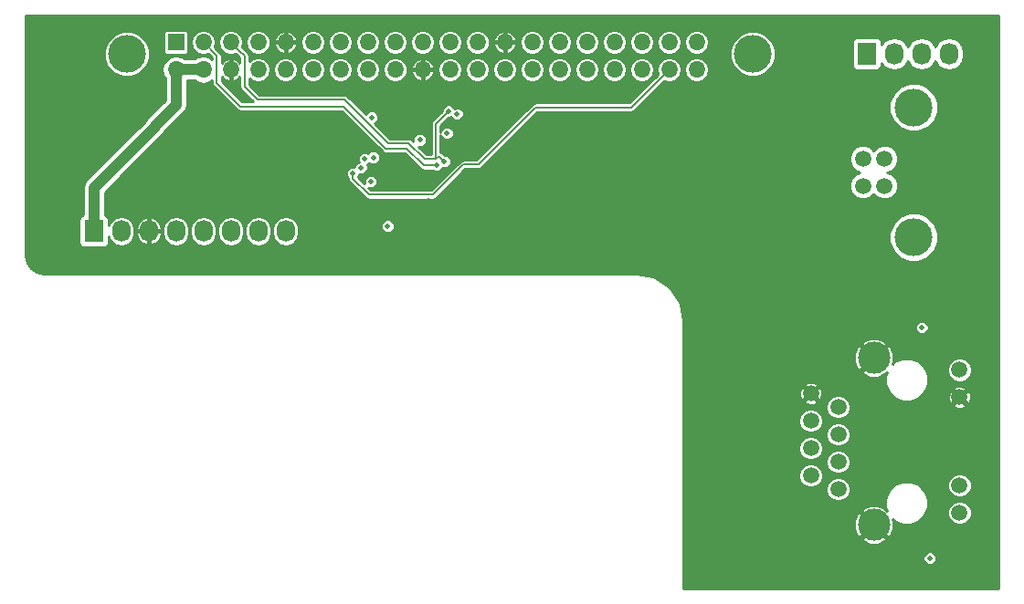
<source format=gbr>
G04 #@! TF.FileFunction,Copper,L4,Bot,Mixed*
%FSLAX46Y46*%
G04 Gerber Fmt 4.6, Leading zero omitted, Abs format (unit mm)*
G04 Created by KiCad (PCBNEW 4.0.7) date 09/09/17 19:19:23*
%MOMM*%
%LPD*%
G01*
G04 APERTURE LIST*
%ADD10C,0.100000*%
%ADD11R,1.727200X2.032000*%
%ADD12O,1.727200X2.032000*%
%ADD13C,3.500000*%
%ADD14C,1.500000*%
%ADD15O,1.550000X1.550000*%
%ADD16R,1.550000X1.550000*%
%ADD17C,3.000000*%
%ADD18C,0.500000*%
%ADD19C,0.150000*%
%ADD20C,1.000000*%
%ADD21C,0.220000*%
G04 APERTURE END LIST*
D10*
D11*
X191295020Y-88646000D03*
D12*
X193835020Y-88646000D03*
X196375020Y-88646000D03*
X198915020Y-88646000D03*
D13*
X195635880Y-93619120D03*
D14*
X192925880Y-100889120D03*
D13*
X195635880Y-105659120D03*
D14*
X192925880Y-98389120D03*
X190925880Y-98389120D03*
X190925880Y-100889120D03*
D15*
X175520000Y-90120000D03*
X175520000Y-87580000D03*
D13*
X180690000Y-88650000D03*
D16*
X127260000Y-87580000D03*
D15*
X127260000Y-90120000D03*
X129800000Y-87580000D03*
X129800000Y-90120000D03*
X132340000Y-87580000D03*
X132340000Y-90120000D03*
X134880000Y-87580000D03*
X134880000Y-90120000D03*
X137420000Y-87580000D03*
X137420000Y-90120000D03*
X139960000Y-87580000D03*
X139960000Y-90120000D03*
X142500000Y-87580000D03*
X142500000Y-90120000D03*
X145040000Y-87580000D03*
X145040000Y-90120000D03*
X147580000Y-87580000D03*
X147580000Y-90120000D03*
X150120000Y-87580000D03*
X150120000Y-90120000D03*
X152660000Y-87580000D03*
X152660000Y-90120000D03*
X155200000Y-87580000D03*
X155200000Y-90120000D03*
X157740000Y-87580000D03*
X157740000Y-90120000D03*
D13*
X122690000Y-88650000D03*
D15*
X160280000Y-87580000D03*
X162820000Y-87580000D03*
X165360000Y-87580000D03*
X167900000Y-87580000D03*
X170440000Y-87580000D03*
X172980000Y-87580000D03*
X160280000Y-90120000D03*
X162820000Y-90120000D03*
X165360000Y-90120000D03*
X167900000Y-90120000D03*
X170440000Y-90120000D03*
X172980000Y-90120000D03*
D11*
X119656860Y-105097420D03*
D12*
X122196860Y-105097420D03*
X124736860Y-105097420D03*
X127276860Y-105097420D03*
X129816860Y-105097420D03*
X132356860Y-105097420D03*
X134896860Y-105097420D03*
X137436860Y-105097420D03*
D17*
X191940000Y-116860000D03*
D14*
X186100000Y-127785000D03*
X199890000Y-131230000D03*
X199890000Y-128690000D03*
X199890000Y-117980000D03*
X199890000Y-120520000D03*
D17*
X191940000Y-132350000D03*
D14*
X186100000Y-125245000D03*
X186100000Y-122705000D03*
X186100000Y-120165000D03*
X188640000Y-129045000D03*
X188640000Y-126505000D03*
X188640000Y-123965000D03*
X188640000Y-121425000D03*
D18*
X189870000Y-106620000D03*
X189890000Y-107380000D03*
X145160000Y-99700000D03*
X155030000Y-98210000D03*
X150620000Y-102300000D03*
X201460000Y-85900000D03*
X180720000Y-126330000D03*
X180750000Y-123340000D03*
X149606000Y-94615000D03*
X157480000Y-102489000D03*
X155702000Y-104267000D03*
X152146000Y-104267000D03*
X147813000Y-99299000D03*
X147813000Y-100599000D03*
X149113000Y-100599000D03*
X149113000Y-99299000D03*
X156718000Y-99898200D03*
X152400000Y-102489000D03*
X142240000Y-100457000D03*
X141224000Y-101346000D03*
X142748000Y-104013000D03*
X143383000Y-101473000D03*
X145669000Y-104800400D03*
X143637000Y-99720400D03*
X196410000Y-114040000D03*
X197118000Y-135441000D03*
X146888200Y-104622600D03*
X149860000Y-96647000D03*
X145415000Y-94538800D03*
X145310000Y-100500000D03*
X151420000Y-98950000D03*
X152550000Y-93950000D03*
X152138380Y-98638360D03*
X152390000Y-96030002D03*
X153320000Y-94260000D03*
X144430000Y-99250000D03*
X144720000Y-98370000D03*
X145545301Y-98260741D03*
D19*
X147813000Y-99299000D02*
X147828000Y-99314000D01*
X147813000Y-100599000D02*
X147828000Y-100584000D01*
X149113000Y-100599000D02*
X149098000Y-100584000D01*
X149113000Y-99299000D02*
X149098000Y-99314000D01*
X143637000Y-99720400D02*
X143637000Y-100217000D01*
X151110000Y-101720000D02*
X153910000Y-98920000D01*
X143637000Y-100217000D02*
X145140000Y-101720000D01*
X145140000Y-101720000D02*
X151110000Y-101720000D01*
X169490000Y-93610000D02*
X172205001Y-90894999D01*
X153910000Y-98920000D02*
X155280000Y-98920000D01*
X155280000Y-98920000D02*
X160590000Y-93610000D01*
X160590000Y-93610000D02*
X169490000Y-93610000D01*
X172205001Y-90894999D02*
X172980000Y-90120000D01*
X145415000Y-94538800D02*
X145415000Y-94513400D01*
D20*
X125310900Y-95409100D02*
X119656860Y-101063140D01*
X119656860Y-101063140D02*
X119656860Y-105097420D01*
X125310900Y-95319100D02*
X125310900Y-95409100D01*
X129800000Y-90120000D02*
X127260000Y-90120000D01*
X125310900Y-95319100D02*
X127260000Y-93370000D01*
X127260000Y-93370000D02*
X127260000Y-90120000D01*
D19*
X151137158Y-98950000D02*
X151420000Y-98950000D01*
X150300200Y-98950000D02*
X151137158Y-98950000D01*
X150241000Y-99009200D02*
X150300200Y-98950000D01*
X150241000Y-99009200D02*
X148666200Y-97434400D01*
X148666200Y-97434400D02*
X146710400Y-97434400D01*
X146710400Y-97434400D02*
X142798800Y-93522800D01*
X142798800Y-93522800D02*
X133202800Y-93522800D01*
X133202800Y-93522800D02*
X131050001Y-91370001D01*
X131050001Y-91370001D02*
X131050001Y-88830001D01*
X131050001Y-88830001D02*
X129800000Y-87580000D01*
X151135080Y-99009200D02*
X150241000Y-99009200D01*
X150901400Y-99009200D02*
X150241000Y-99009200D01*
X152350001Y-94149999D02*
X152550000Y-93950000D01*
X151350000Y-98389440D02*
X151350000Y-95150000D01*
X151350000Y-95150000D02*
X152350001Y-94149999D01*
X152138380Y-98638360D02*
X152130760Y-98638360D01*
X152130760Y-98638360D02*
X151702400Y-98210000D01*
X151702400Y-98210000D02*
X151529440Y-98210000D01*
X151529440Y-98210000D02*
X151350000Y-98389440D01*
X151350000Y-98389440D02*
X150281640Y-98389440D01*
X133610000Y-88820000D02*
X133610000Y-91710160D01*
X133610000Y-91710160D02*
X134802880Y-92903040D01*
X133144999Y-88354999D02*
X133610000Y-88820000D01*
X132340000Y-87580000D02*
X133114999Y-88354999D01*
X133114999Y-88354999D02*
X133144999Y-88354999D01*
X146956780Y-96949260D02*
X148841460Y-96949260D01*
X142910560Y-92903040D02*
X146956780Y-96949260D01*
X134802880Y-92903040D02*
X142910560Y-92903040D01*
X152138380Y-98638360D02*
X152133300Y-98633280D01*
X148841460Y-96949260D02*
X150281640Y-98389440D01*
D20*
X190925880Y-89015140D02*
X191295020Y-88646000D01*
D21*
G36*
X203503964Y-138255411D02*
X174323964Y-138255411D01*
X174323964Y-135561804D01*
X196507894Y-135561804D01*
X196600565Y-135786086D01*
X196772011Y-135957832D01*
X196996131Y-136050894D01*
X197238804Y-136051106D01*
X197463086Y-135958435D01*
X197634832Y-135786989D01*
X197727894Y-135562869D01*
X197728106Y-135320196D01*
X197635435Y-135095914D01*
X197463989Y-134924168D01*
X197239869Y-134831106D01*
X196997196Y-134830894D01*
X196772914Y-134923565D01*
X196601168Y-135095011D01*
X196508106Y-135319131D01*
X196507894Y-135561804D01*
X174323964Y-135561804D01*
X174323964Y-133662155D01*
X190755124Y-133662155D01*
X190929368Y-133894132D01*
X191597212Y-134163344D01*
X192317241Y-134156491D01*
X192950632Y-133894132D01*
X193124876Y-133662155D01*
X191940000Y-132477279D01*
X190755124Y-133662155D01*
X174323964Y-133662155D01*
X174323964Y-132007212D01*
X190126656Y-132007212D01*
X190133509Y-132727241D01*
X190395868Y-133360632D01*
X190627845Y-133534876D01*
X191812721Y-132350000D01*
X190627845Y-131165124D01*
X190395868Y-131339368D01*
X190126656Y-132007212D01*
X174323964Y-132007212D01*
X174323964Y-131037845D01*
X190755124Y-131037845D01*
X191940000Y-132222721D01*
X191954143Y-132208579D01*
X192081422Y-132335858D01*
X192067279Y-132350000D01*
X193252155Y-133534876D01*
X193484132Y-133360632D01*
X193753344Y-132692788D01*
X193746491Y-131972759D01*
X193683641Y-131821024D01*
X193864120Y-132001819D01*
X194593427Y-132304654D01*
X195383109Y-132305343D01*
X196112943Y-132003782D01*
X196667868Y-131449824D01*
X198779808Y-131449824D01*
X198948439Y-131857943D01*
X199260415Y-132170463D01*
X199668239Y-132339807D01*
X200109824Y-132340192D01*
X200517943Y-132171561D01*
X200830463Y-131859585D01*
X200999807Y-131451761D01*
X201000192Y-131010176D01*
X200831561Y-130602057D01*
X200519585Y-130289537D01*
X200111761Y-130120193D01*
X199670176Y-130119808D01*
X199262057Y-130288439D01*
X198949537Y-130600415D01*
X198780193Y-131008239D01*
X198779808Y-131449824D01*
X196667868Y-131449824D01*
X196671819Y-131445880D01*
X196974654Y-130716573D01*
X196975343Y-129926891D01*
X196673782Y-129197057D01*
X196387050Y-128909824D01*
X198779808Y-128909824D01*
X198948439Y-129317943D01*
X199260415Y-129630463D01*
X199668239Y-129799807D01*
X200109824Y-129800192D01*
X200517943Y-129631561D01*
X200830463Y-129319585D01*
X200999807Y-128911761D01*
X201000192Y-128470176D01*
X200831561Y-128062057D01*
X200519585Y-127749537D01*
X200111761Y-127580193D01*
X199670176Y-127579808D01*
X199262057Y-127748439D01*
X198949537Y-128060415D01*
X198780193Y-128468239D01*
X198779808Y-128909824D01*
X196387050Y-128909824D01*
X196115880Y-128638181D01*
X195386573Y-128335346D01*
X194596891Y-128334657D01*
X193867057Y-128636218D01*
X193308181Y-129194120D01*
X193005346Y-129923427D01*
X193004657Y-130713109D01*
X193134753Y-131027965D01*
X193124875Y-131037843D01*
X192950632Y-130805868D01*
X192282788Y-130536656D01*
X191562759Y-130543509D01*
X190929368Y-130805868D01*
X190755124Y-131037845D01*
X174323964Y-131037845D01*
X174323964Y-129264824D01*
X187529808Y-129264824D01*
X187698439Y-129672943D01*
X188010415Y-129985463D01*
X188418239Y-130154807D01*
X188859824Y-130155192D01*
X189267943Y-129986561D01*
X189580463Y-129674585D01*
X189749807Y-129266761D01*
X189750192Y-128825176D01*
X189581561Y-128417057D01*
X189269585Y-128104537D01*
X188861761Y-127935193D01*
X188420176Y-127934808D01*
X188012057Y-128103439D01*
X187699537Y-128415415D01*
X187530193Y-128823239D01*
X187529808Y-129264824D01*
X174323964Y-129264824D01*
X174323964Y-128004824D01*
X184989808Y-128004824D01*
X185158439Y-128412943D01*
X185470415Y-128725463D01*
X185878239Y-128894807D01*
X186319824Y-128895192D01*
X186727943Y-128726561D01*
X187040463Y-128414585D01*
X187209807Y-128006761D01*
X187210192Y-127565176D01*
X187041561Y-127157057D01*
X186729585Y-126844537D01*
X186441286Y-126724824D01*
X187529808Y-126724824D01*
X187698439Y-127132943D01*
X188010415Y-127445463D01*
X188418239Y-127614807D01*
X188859824Y-127615192D01*
X189267943Y-127446561D01*
X189580463Y-127134585D01*
X189749807Y-126726761D01*
X189750192Y-126285176D01*
X189581561Y-125877057D01*
X189269585Y-125564537D01*
X188861761Y-125395193D01*
X188420176Y-125394808D01*
X188012057Y-125563439D01*
X187699537Y-125875415D01*
X187530193Y-126283239D01*
X187529808Y-126724824D01*
X186441286Y-126724824D01*
X186321761Y-126675193D01*
X185880176Y-126674808D01*
X185472057Y-126843439D01*
X185159537Y-127155415D01*
X184990193Y-127563239D01*
X184989808Y-128004824D01*
X174323964Y-128004824D01*
X174323964Y-125464824D01*
X184989808Y-125464824D01*
X185158439Y-125872943D01*
X185470415Y-126185463D01*
X185878239Y-126354807D01*
X186319824Y-126355192D01*
X186727943Y-126186561D01*
X187040463Y-125874585D01*
X187209807Y-125466761D01*
X187210192Y-125025176D01*
X187041561Y-124617057D01*
X186729585Y-124304537D01*
X186441286Y-124184824D01*
X187529808Y-124184824D01*
X187698439Y-124592943D01*
X188010415Y-124905463D01*
X188418239Y-125074807D01*
X188859824Y-125075192D01*
X189267943Y-124906561D01*
X189580463Y-124594585D01*
X189749807Y-124186761D01*
X189750192Y-123745176D01*
X189581561Y-123337057D01*
X189269585Y-123024537D01*
X188861761Y-122855193D01*
X188420176Y-122854808D01*
X188012057Y-123023439D01*
X187699537Y-123335415D01*
X187530193Y-123743239D01*
X187529808Y-124184824D01*
X186441286Y-124184824D01*
X186321761Y-124135193D01*
X185880176Y-124134808D01*
X185472057Y-124303439D01*
X185159537Y-124615415D01*
X184990193Y-125023239D01*
X184989808Y-125464824D01*
X174323964Y-125464824D01*
X174323964Y-122924824D01*
X184989808Y-122924824D01*
X185158439Y-123332943D01*
X185470415Y-123645463D01*
X185878239Y-123814807D01*
X186319824Y-123815192D01*
X186727943Y-123646561D01*
X187040463Y-123334585D01*
X187209807Y-122926761D01*
X187210192Y-122485176D01*
X187041561Y-122077057D01*
X186729585Y-121764537D01*
X186441286Y-121644824D01*
X187529808Y-121644824D01*
X187698439Y-122052943D01*
X188010415Y-122365463D01*
X188418239Y-122534807D01*
X188859824Y-122535192D01*
X189267943Y-122366561D01*
X189580463Y-122054585D01*
X189749807Y-121646761D01*
X189750117Y-121290196D01*
X199247083Y-121290196D01*
X199329759Y-121444223D01*
X199726089Y-121588265D01*
X200147373Y-121569674D01*
X200450241Y-121444223D01*
X200532917Y-121290196D01*
X199890000Y-120647279D01*
X199247083Y-121290196D01*
X189750117Y-121290196D01*
X189750192Y-121205176D01*
X189581561Y-120797057D01*
X189269585Y-120484537D01*
X188861761Y-120315193D01*
X188420176Y-120314808D01*
X188012057Y-120483439D01*
X187699537Y-120795415D01*
X187530193Y-121203239D01*
X187529808Y-121644824D01*
X186441286Y-121644824D01*
X186321761Y-121595193D01*
X185880176Y-121594808D01*
X185472057Y-121763439D01*
X185159537Y-122075415D01*
X184990193Y-122483239D01*
X184989808Y-122924824D01*
X174323964Y-122924824D01*
X174323964Y-120935196D01*
X185457083Y-120935196D01*
X185539759Y-121089223D01*
X185936089Y-121233265D01*
X186357373Y-121214674D01*
X186660241Y-121089223D01*
X186742917Y-120935196D01*
X186100000Y-120292279D01*
X185457083Y-120935196D01*
X174323964Y-120935196D01*
X174323964Y-120001089D01*
X185031735Y-120001089D01*
X185050326Y-120422373D01*
X185175777Y-120725241D01*
X185329804Y-120807917D01*
X185972721Y-120165000D01*
X186227279Y-120165000D01*
X186870196Y-120807917D01*
X187024223Y-120725241D01*
X187168265Y-120328911D01*
X187149674Y-119907627D01*
X187024223Y-119604759D01*
X186870196Y-119522083D01*
X186227279Y-120165000D01*
X185972721Y-120165000D01*
X185329804Y-119522083D01*
X185175777Y-119604759D01*
X185031735Y-120001089D01*
X174323964Y-120001089D01*
X174323964Y-119394804D01*
X185457083Y-119394804D01*
X186100000Y-120037721D01*
X186742917Y-119394804D01*
X186660241Y-119240777D01*
X186263911Y-119096735D01*
X185842627Y-119115326D01*
X185539759Y-119240777D01*
X185457083Y-119394804D01*
X174323964Y-119394804D01*
X174323964Y-118172155D01*
X190755124Y-118172155D01*
X190929368Y-118404132D01*
X191597212Y-118673344D01*
X192317241Y-118666491D01*
X192950632Y-118404132D01*
X193124875Y-118172157D01*
X193134679Y-118181961D01*
X193005346Y-118493427D01*
X193004657Y-119283109D01*
X193306218Y-120012943D01*
X193864120Y-120571819D01*
X194593427Y-120874654D01*
X195383109Y-120875343D01*
X196112943Y-120573782D01*
X196331016Y-120356089D01*
X198821735Y-120356089D01*
X198840326Y-120777373D01*
X198965777Y-121080241D01*
X199119804Y-121162917D01*
X199762721Y-120520000D01*
X200017279Y-120520000D01*
X200660196Y-121162917D01*
X200814223Y-121080241D01*
X200958265Y-120683911D01*
X200939674Y-120262627D01*
X200814223Y-119959759D01*
X200660196Y-119877083D01*
X200017279Y-120520000D01*
X199762721Y-120520000D01*
X199119804Y-119877083D01*
X198965777Y-119959759D01*
X198821735Y-120356089D01*
X196331016Y-120356089D01*
X196671819Y-120015880D01*
X196782303Y-119749804D01*
X199247083Y-119749804D01*
X199890000Y-120392721D01*
X200532917Y-119749804D01*
X200450241Y-119595777D01*
X200053911Y-119451735D01*
X199632627Y-119470326D01*
X199329759Y-119595777D01*
X199247083Y-119749804D01*
X196782303Y-119749804D01*
X196974654Y-119286573D01*
X196975343Y-118496891D01*
X196852598Y-118199824D01*
X198779808Y-118199824D01*
X198948439Y-118607943D01*
X199260415Y-118920463D01*
X199668239Y-119089807D01*
X200109824Y-119090192D01*
X200517943Y-118921561D01*
X200830463Y-118609585D01*
X200999807Y-118201761D01*
X201000192Y-117760176D01*
X200831561Y-117352057D01*
X200519585Y-117039537D01*
X200111761Y-116870193D01*
X199670176Y-116869808D01*
X199262057Y-117038439D01*
X198949537Y-117350415D01*
X198780193Y-117758239D01*
X198779808Y-118199824D01*
X196852598Y-118199824D01*
X196673782Y-117767057D01*
X196115880Y-117208181D01*
X195386573Y-116905346D01*
X194596891Y-116904657D01*
X193867057Y-117206218D01*
X193674459Y-117398480D01*
X193753344Y-117202788D01*
X193746491Y-116482759D01*
X193484132Y-115849368D01*
X193252155Y-115675124D01*
X192067279Y-116860000D01*
X192081422Y-116874143D01*
X191954143Y-117001422D01*
X191940000Y-116987279D01*
X190755124Y-118172155D01*
X174323964Y-118172155D01*
X174323964Y-116517212D01*
X190126656Y-116517212D01*
X190133509Y-117237241D01*
X190395868Y-117870632D01*
X190627845Y-118044876D01*
X191812721Y-116860000D01*
X190627845Y-115675124D01*
X190395868Y-115849368D01*
X190126656Y-116517212D01*
X174323964Y-116517212D01*
X174323964Y-115547845D01*
X190755124Y-115547845D01*
X191940000Y-116732721D01*
X193124876Y-115547845D01*
X192950632Y-115315868D01*
X192282788Y-115046656D01*
X191562759Y-115053509D01*
X190929368Y-115315868D01*
X190755124Y-115547845D01*
X174323964Y-115547845D01*
X174323964Y-114160804D01*
X195799894Y-114160804D01*
X195892565Y-114385086D01*
X196064011Y-114556832D01*
X196288131Y-114649894D01*
X196530804Y-114650106D01*
X196755086Y-114557435D01*
X196926832Y-114385989D01*
X197019894Y-114161869D01*
X197020106Y-113919196D01*
X196927435Y-113694914D01*
X196755989Y-113523168D01*
X196531869Y-113430106D01*
X196289196Y-113429894D01*
X196064914Y-113522565D01*
X195893168Y-113694011D01*
X195800106Y-113918131D01*
X195799894Y-114160804D01*
X174323964Y-114160804D01*
X174323964Y-113445411D01*
X174316086Y-113405805D01*
X174316086Y-113365424D01*
X174011604Y-111834690D01*
X173950385Y-111686893D01*
X173950382Y-111686890D01*
X173083294Y-110389200D01*
X172970175Y-110276081D01*
X171672482Y-109408990D01*
X171524685Y-109347771D01*
X169993951Y-109043289D01*
X169953570Y-109043289D01*
X169913964Y-109035411D01*
X114954346Y-109035411D01*
X114308571Y-108906958D01*
X113795344Y-108564031D01*
X113452313Y-108050648D01*
X113323964Y-107408325D01*
X113323964Y-104081420D01*
X118273269Y-104081420D01*
X118273269Y-106113420D01*
X118308831Y-106302415D01*
X118420526Y-106475995D01*
X118590954Y-106592443D01*
X118793260Y-106633411D01*
X120520460Y-106633411D01*
X120709455Y-106597849D01*
X120883035Y-106486154D01*
X120999483Y-106315726D01*
X121040451Y-106113420D01*
X121040451Y-105614569D01*
X121066401Y-105745028D01*
X121331644Y-106141993D01*
X121728609Y-106407236D01*
X122196860Y-106500377D01*
X122665111Y-106407236D01*
X123062076Y-106141993D01*
X123327319Y-105745028D01*
X123401488Y-105372153D01*
X123565593Y-105372153D01*
X123701565Y-105811065D01*
X123995151Y-106164533D01*
X124401656Y-106378744D01*
X124464917Y-106391478D01*
X124646860Y-106342219D01*
X124646860Y-105187420D01*
X124826860Y-105187420D01*
X124826860Y-106342219D01*
X125008803Y-106391478D01*
X125072064Y-106378744D01*
X125478569Y-106164533D01*
X125772155Y-105811065D01*
X125908127Y-105372153D01*
X125835344Y-105187420D01*
X124826860Y-105187420D01*
X124646860Y-105187420D01*
X123638376Y-105187420D01*
X123565593Y-105372153D01*
X123401488Y-105372153D01*
X123420460Y-105276777D01*
X123420460Y-104918063D01*
X123401489Y-104822687D01*
X123565593Y-104822687D01*
X123638376Y-105007420D01*
X124646860Y-105007420D01*
X124646860Y-103852621D01*
X124826860Y-103852621D01*
X124826860Y-105007420D01*
X125835344Y-105007420D01*
X125870549Y-104918063D01*
X126053260Y-104918063D01*
X126053260Y-105276777D01*
X126146401Y-105745028D01*
X126411644Y-106141993D01*
X126808609Y-106407236D01*
X127276860Y-106500377D01*
X127745111Y-106407236D01*
X128142076Y-106141993D01*
X128407319Y-105745028D01*
X128500460Y-105276777D01*
X128500460Y-104918063D01*
X128593260Y-104918063D01*
X128593260Y-105276777D01*
X128686401Y-105745028D01*
X128951644Y-106141993D01*
X129348609Y-106407236D01*
X129816860Y-106500377D01*
X130285111Y-106407236D01*
X130682076Y-106141993D01*
X130947319Y-105745028D01*
X131040460Y-105276777D01*
X131040460Y-104918063D01*
X131133260Y-104918063D01*
X131133260Y-105276777D01*
X131226401Y-105745028D01*
X131491644Y-106141993D01*
X131888609Y-106407236D01*
X132356860Y-106500377D01*
X132825111Y-106407236D01*
X133222076Y-106141993D01*
X133487319Y-105745028D01*
X133580460Y-105276777D01*
X133580460Y-104918063D01*
X133673260Y-104918063D01*
X133673260Y-105276777D01*
X133766401Y-105745028D01*
X134031644Y-106141993D01*
X134428609Y-106407236D01*
X134896860Y-106500377D01*
X135365111Y-106407236D01*
X135762076Y-106141993D01*
X136027319Y-105745028D01*
X136120460Y-105276777D01*
X136120460Y-104918063D01*
X136213260Y-104918063D01*
X136213260Y-105276777D01*
X136306401Y-105745028D01*
X136571644Y-106141993D01*
X136968609Y-106407236D01*
X137436860Y-106500377D01*
X137905111Y-106407236D01*
X138302076Y-106141993D01*
X138325664Y-106106690D01*
X193375489Y-106106690D01*
X193718828Y-106937635D01*
X194354021Y-107573938D01*
X195184366Y-107918727D01*
X196083450Y-107919511D01*
X196914395Y-107576172D01*
X197550698Y-106940979D01*
X197895487Y-106110634D01*
X197896271Y-105211550D01*
X197552932Y-104380605D01*
X196917739Y-103744302D01*
X196087394Y-103399513D01*
X195188310Y-103398729D01*
X194357365Y-103742068D01*
X193721062Y-104377261D01*
X193376273Y-105207606D01*
X193375489Y-106106690D01*
X138325664Y-106106690D01*
X138567319Y-105745028D01*
X138660460Y-105276777D01*
X138660460Y-104918063D01*
X138625719Y-104743404D01*
X146278094Y-104743404D01*
X146370765Y-104967686D01*
X146542211Y-105139432D01*
X146766331Y-105232494D01*
X147009004Y-105232706D01*
X147233286Y-105140035D01*
X147405032Y-104968589D01*
X147498094Y-104744469D01*
X147498306Y-104501796D01*
X147405635Y-104277514D01*
X147234189Y-104105768D01*
X147010069Y-104012706D01*
X146767396Y-104012494D01*
X146543114Y-104105165D01*
X146371368Y-104276611D01*
X146278306Y-104500731D01*
X146278094Y-104743404D01*
X138625719Y-104743404D01*
X138567319Y-104449812D01*
X138302076Y-104052847D01*
X137905111Y-103787604D01*
X137436860Y-103694463D01*
X136968609Y-103787604D01*
X136571644Y-104052847D01*
X136306401Y-104449812D01*
X136213260Y-104918063D01*
X136120460Y-104918063D01*
X136027319Y-104449812D01*
X135762076Y-104052847D01*
X135365111Y-103787604D01*
X134896860Y-103694463D01*
X134428609Y-103787604D01*
X134031644Y-104052847D01*
X133766401Y-104449812D01*
X133673260Y-104918063D01*
X133580460Y-104918063D01*
X133487319Y-104449812D01*
X133222076Y-104052847D01*
X132825111Y-103787604D01*
X132356860Y-103694463D01*
X131888609Y-103787604D01*
X131491644Y-104052847D01*
X131226401Y-104449812D01*
X131133260Y-104918063D01*
X131040460Y-104918063D01*
X130947319Y-104449812D01*
X130682076Y-104052847D01*
X130285111Y-103787604D01*
X129816860Y-103694463D01*
X129348609Y-103787604D01*
X128951644Y-104052847D01*
X128686401Y-104449812D01*
X128593260Y-104918063D01*
X128500460Y-104918063D01*
X128407319Y-104449812D01*
X128142076Y-104052847D01*
X127745111Y-103787604D01*
X127276860Y-103694463D01*
X126808609Y-103787604D01*
X126411644Y-104052847D01*
X126146401Y-104449812D01*
X126053260Y-104918063D01*
X125870549Y-104918063D01*
X125908127Y-104822687D01*
X125772155Y-104383775D01*
X125478569Y-104030307D01*
X125072064Y-103816096D01*
X125008803Y-103803362D01*
X124826860Y-103852621D01*
X124646860Y-103852621D01*
X124464917Y-103803362D01*
X124401656Y-103816096D01*
X123995151Y-104030307D01*
X123701565Y-104383775D01*
X123565593Y-104822687D01*
X123401489Y-104822687D01*
X123327319Y-104449812D01*
X123062076Y-104052847D01*
X122665111Y-103787604D01*
X122196860Y-103694463D01*
X121728609Y-103787604D01*
X121331644Y-104052847D01*
X121066401Y-104449812D01*
X121040451Y-104580271D01*
X121040451Y-104081420D01*
X121004889Y-103892425D01*
X120893194Y-103718845D01*
X120722766Y-103602397D01*
X120666860Y-103591076D01*
X120666860Y-101481496D01*
X122307152Y-99841204D01*
X143026894Y-99841204D01*
X143119565Y-100065486D01*
X143202000Y-100148065D01*
X143202000Y-100217000D01*
X143224578Y-100330506D01*
X143235112Y-100383468D01*
X143329409Y-100524591D01*
X144832409Y-102027591D01*
X144973532Y-102121888D01*
X145001151Y-102127381D01*
X145140000Y-102155000D01*
X151110000Y-102155000D01*
X151248849Y-102127381D01*
X151276468Y-102121888D01*
X151417591Y-102027591D01*
X154090182Y-99355000D01*
X155280000Y-99355000D01*
X155418849Y-99327381D01*
X155446468Y-99321888D01*
X155587591Y-99227591D01*
X156176532Y-98638650D01*
X189665662Y-98638650D01*
X189857081Y-99101920D01*
X190211215Y-99456673D01*
X190651107Y-99639332D01*
X190213080Y-99820321D01*
X189858327Y-100174455D01*
X189666099Y-100637391D01*
X189665662Y-101138650D01*
X189857081Y-101601920D01*
X190211215Y-101956673D01*
X190674151Y-102148901D01*
X191175410Y-102149338D01*
X191638680Y-101957919D01*
X191926070Y-101671030D01*
X192211215Y-101956673D01*
X192674151Y-102148901D01*
X193175410Y-102149338D01*
X193638680Y-101957919D01*
X193993433Y-101603785D01*
X194185661Y-101140849D01*
X194186098Y-100639590D01*
X193994679Y-100176320D01*
X193640545Y-99821567D01*
X193200653Y-99638908D01*
X193638680Y-99457919D01*
X193993433Y-99103785D01*
X194185661Y-98640849D01*
X194186098Y-98139590D01*
X193994679Y-97676320D01*
X193640545Y-97321567D01*
X193177609Y-97129339D01*
X192676350Y-97128902D01*
X192213080Y-97320321D01*
X191925690Y-97607210D01*
X191640545Y-97321567D01*
X191177609Y-97129339D01*
X190676350Y-97128902D01*
X190213080Y-97320321D01*
X189858327Y-97674455D01*
X189666099Y-98137391D01*
X189665662Y-98638650D01*
X156176532Y-98638650D01*
X160748492Y-94066690D01*
X193375489Y-94066690D01*
X193718828Y-94897635D01*
X194354021Y-95533938D01*
X195184366Y-95878727D01*
X196083450Y-95879511D01*
X196914395Y-95536172D01*
X197550698Y-94900979D01*
X197895487Y-94070634D01*
X197896271Y-93171550D01*
X197552932Y-92340605D01*
X196917739Y-91704302D01*
X196087394Y-91359513D01*
X195188310Y-91358729D01*
X194357365Y-91702068D01*
X193721062Y-92337261D01*
X193376273Y-93167606D01*
X193375489Y-94066690D01*
X160748492Y-94066690D01*
X160770182Y-94045000D01*
X169490000Y-94045000D01*
X169628849Y-94017381D01*
X169656468Y-94011888D01*
X169797591Y-93917591D01*
X172512592Y-91202591D01*
X172512594Y-91202588D01*
X172542736Y-91172446D01*
X172957764Y-91255000D01*
X173002236Y-91255000D01*
X173436582Y-91168603D01*
X173804802Y-90922566D01*
X174050839Y-90554346D01*
X174137236Y-90120000D01*
X174362764Y-90120000D01*
X174449161Y-90554346D01*
X174695198Y-90922566D01*
X175063418Y-91168603D01*
X175497764Y-91255000D01*
X175542236Y-91255000D01*
X175976582Y-91168603D01*
X176344802Y-90922566D01*
X176590839Y-90554346D01*
X176677236Y-90120000D01*
X176590839Y-89685654D01*
X176344802Y-89317434D01*
X175976582Y-89071397D01*
X175958821Y-89067864D01*
X178579635Y-89067864D01*
X178900186Y-89843657D01*
X179493221Y-90437728D01*
X180268454Y-90759633D01*
X181107864Y-90760365D01*
X181883657Y-90439814D01*
X182477728Y-89846779D01*
X182799633Y-89071546D01*
X182800365Y-88232136D01*
X182551568Y-87630000D01*
X189911429Y-87630000D01*
X189911429Y-89662000D01*
X189946991Y-89850995D01*
X190058686Y-90024575D01*
X190229114Y-90141023D01*
X190431420Y-90181991D01*
X192158620Y-90181991D01*
X192347615Y-90146429D01*
X192521195Y-90034734D01*
X192637643Y-89864306D01*
X192678611Y-89662000D01*
X192678611Y-89522516D01*
X192863738Y-89799578D01*
X193309366Y-90097337D01*
X193835020Y-90201896D01*
X194360674Y-90097337D01*
X194806302Y-89799578D01*
X195104061Y-89353950D01*
X195105020Y-89349129D01*
X195105979Y-89353950D01*
X195403738Y-89799578D01*
X195849366Y-90097337D01*
X196375020Y-90201896D01*
X196900674Y-90097337D01*
X197346302Y-89799578D01*
X197644061Y-89353950D01*
X197645020Y-89349129D01*
X197645979Y-89353950D01*
X197943738Y-89799578D01*
X198389366Y-90097337D01*
X198915020Y-90201896D01*
X199440674Y-90097337D01*
X199886302Y-89799578D01*
X200184061Y-89353950D01*
X200288620Y-88828296D01*
X200288620Y-88463704D01*
X200184061Y-87938050D01*
X199886302Y-87492422D01*
X199440674Y-87194663D01*
X198915020Y-87090104D01*
X198389366Y-87194663D01*
X197943738Y-87492422D01*
X197645979Y-87938050D01*
X197645020Y-87942871D01*
X197644061Y-87938050D01*
X197346302Y-87492422D01*
X196900674Y-87194663D01*
X196375020Y-87090104D01*
X195849366Y-87194663D01*
X195403738Y-87492422D01*
X195105979Y-87938050D01*
X195105020Y-87942871D01*
X195104061Y-87938050D01*
X194806302Y-87492422D01*
X194360674Y-87194663D01*
X193835020Y-87090104D01*
X193309366Y-87194663D01*
X192863738Y-87492422D01*
X192678611Y-87769484D01*
X192678611Y-87630000D01*
X192643049Y-87441005D01*
X192531354Y-87267425D01*
X192360926Y-87150977D01*
X192158620Y-87110009D01*
X190431420Y-87110009D01*
X190242425Y-87145571D01*
X190068845Y-87257266D01*
X189952397Y-87427694D01*
X189911429Y-87630000D01*
X182551568Y-87630000D01*
X182479814Y-87456343D01*
X181886779Y-86862272D01*
X181111546Y-86540367D01*
X180272136Y-86539635D01*
X179496343Y-86860186D01*
X178902272Y-87453221D01*
X178580367Y-88228454D01*
X178579635Y-89067864D01*
X175958821Y-89067864D01*
X175542236Y-88985000D01*
X175497764Y-88985000D01*
X175063418Y-89071397D01*
X174695198Y-89317434D01*
X174449161Y-89685654D01*
X174362764Y-90120000D01*
X174137236Y-90120000D01*
X174050839Y-89685654D01*
X173804802Y-89317434D01*
X173436582Y-89071397D01*
X173002236Y-88985000D01*
X172957764Y-88985000D01*
X172523418Y-89071397D01*
X172155198Y-89317434D01*
X171909161Y-89685654D01*
X171822764Y-90120000D01*
X171909161Y-90554346D01*
X171917697Y-90567121D01*
X171897412Y-90587406D01*
X171897409Y-90587408D01*
X169309818Y-93175000D01*
X160590000Y-93175000D01*
X160451151Y-93202619D01*
X160423532Y-93208112D01*
X160282409Y-93302409D01*
X155099818Y-98485000D01*
X153910000Y-98485000D01*
X153771151Y-98512619D01*
X153743532Y-98518112D01*
X153602409Y-98612409D01*
X150929818Y-101285000D01*
X145320182Y-101285000D01*
X145114503Y-101079321D01*
X145188131Y-101109894D01*
X145430804Y-101110106D01*
X145655086Y-101017435D01*
X145826832Y-100845989D01*
X145919894Y-100621869D01*
X145920106Y-100379196D01*
X145827435Y-100154914D01*
X145655989Y-99983168D01*
X145431869Y-99890106D01*
X145189196Y-99889894D01*
X144964914Y-99982565D01*
X144793168Y-100154011D01*
X144700106Y-100378131D01*
X144699894Y-100620804D01*
X144730811Y-100695629D01*
X144127679Y-100092497D01*
X144153832Y-100066389D01*
X144246894Y-99842269D01*
X144246901Y-99834469D01*
X144308131Y-99859894D01*
X144550804Y-99860106D01*
X144775086Y-99767435D01*
X144946832Y-99595989D01*
X145039894Y-99371869D01*
X145040106Y-99129196D01*
X144958423Y-98931507D01*
X145065086Y-98887435D01*
X145187247Y-98765487D01*
X145199312Y-98777573D01*
X145423432Y-98870635D01*
X145666105Y-98870847D01*
X145890387Y-98778176D01*
X146062133Y-98606730D01*
X146155195Y-98382610D01*
X146155407Y-98139937D01*
X146062736Y-97915655D01*
X145891290Y-97743909D01*
X145667170Y-97650847D01*
X145424497Y-97650635D01*
X145200215Y-97743306D01*
X145078054Y-97865254D01*
X145065989Y-97853168D01*
X144841869Y-97760106D01*
X144599196Y-97759894D01*
X144374914Y-97852565D01*
X144203168Y-98024011D01*
X144110106Y-98248131D01*
X144109894Y-98490804D01*
X144191577Y-98688493D01*
X144084914Y-98732565D01*
X143913168Y-98904011D01*
X143820106Y-99128131D01*
X143820099Y-99135931D01*
X143758869Y-99110506D01*
X143516196Y-99110294D01*
X143291914Y-99202965D01*
X143120168Y-99374411D01*
X143027106Y-99598531D01*
X143026894Y-99841204D01*
X122307152Y-99841204D01*
X126025078Y-96123278D01*
X126206306Y-95852050D01*
X127974178Y-94084178D01*
X128193118Y-93756510D01*
X128270000Y-93370000D01*
X128270000Y-91130000D01*
X129017901Y-91130000D01*
X129283077Y-91307185D01*
X129774825Y-91405000D01*
X129825175Y-91405000D01*
X130316923Y-91307185D01*
X130615001Y-91108016D01*
X130615001Y-91370001D01*
X130621963Y-91405000D01*
X130648113Y-91536469D01*
X130742410Y-91677592D01*
X132895209Y-93830392D01*
X133036333Y-93924688D01*
X133202800Y-93957800D01*
X142618618Y-93957800D01*
X146402809Y-97741992D01*
X146543932Y-97836288D01*
X146710400Y-97869400D01*
X148486018Y-97869400D01*
X149933409Y-99316792D01*
X150014244Y-99370804D01*
X150074532Y-99411088D01*
X150102151Y-99416581D01*
X150241000Y-99444200D01*
X151051419Y-99444200D01*
X151074011Y-99466832D01*
X151298131Y-99559894D01*
X151540804Y-99560106D01*
X151765086Y-99467435D01*
X151936832Y-99295989D01*
X151965456Y-99227054D01*
X152016511Y-99248254D01*
X152259184Y-99248466D01*
X152483466Y-99155795D01*
X152655212Y-98984349D01*
X152748274Y-98760229D01*
X152748486Y-98517556D01*
X152655815Y-98293274D01*
X152484369Y-98121528D01*
X152260249Y-98028466D01*
X152135940Y-98028357D01*
X152009991Y-97902409D01*
X151868868Y-97808112D01*
X151841249Y-97802619D01*
X151785000Y-97791430D01*
X151785000Y-96163164D01*
X151872565Y-96375088D01*
X152044011Y-96546834D01*
X152268131Y-96639896D01*
X152510804Y-96640108D01*
X152735086Y-96547437D01*
X152906832Y-96375991D01*
X152999894Y-96151871D01*
X153000106Y-95909198D01*
X152907435Y-95684916D01*
X152735989Y-95513170D01*
X152511869Y-95420108D01*
X152269196Y-95419896D01*
X152044914Y-95512567D01*
X151873168Y-95684013D01*
X151785000Y-95896347D01*
X151785000Y-95330182D01*
X152555177Y-94560005D01*
X152670804Y-94560106D01*
X152767475Y-94520162D01*
X152802565Y-94605086D01*
X152974011Y-94776832D01*
X153198131Y-94869894D01*
X153440804Y-94870106D01*
X153665086Y-94777435D01*
X153836832Y-94605989D01*
X153929894Y-94381869D01*
X153930106Y-94139196D01*
X153837435Y-93914914D01*
X153665989Y-93743168D01*
X153441869Y-93650106D01*
X153199196Y-93649894D01*
X153102525Y-93689838D01*
X153067435Y-93604914D01*
X152895989Y-93433168D01*
X152671869Y-93340106D01*
X152429196Y-93339894D01*
X152204914Y-93432565D01*
X152033168Y-93604011D01*
X151940106Y-93828131D01*
X151940004Y-93944814D01*
X151042409Y-94842409D01*
X150948112Y-94983532D01*
X150948112Y-94983533D01*
X150915000Y-95150000D01*
X150915000Y-97954440D01*
X150461823Y-97954440D01*
X149764299Y-97256917D01*
X149980804Y-97257106D01*
X150205086Y-97164435D01*
X150376832Y-96992989D01*
X150469894Y-96768869D01*
X150470106Y-96526196D01*
X150377435Y-96301914D01*
X150205989Y-96130168D01*
X149981869Y-96037106D01*
X149739196Y-96036894D01*
X149514914Y-96129565D01*
X149343168Y-96301011D01*
X149250106Y-96525131D01*
X149249916Y-96742534D01*
X149149051Y-96641669D01*
X149007928Y-96547372D01*
X148980309Y-96541879D01*
X148841460Y-96514260D01*
X147136963Y-96514260D01*
X145702664Y-95079961D01*
X145760086Y-95056235D01*
X145931832Y-94884789D01*
X146024894Y-94660669D01*
X146025106Y-94417996D01*
X145932435Y-94193714D01*
X145760989Y-94021968D01*
X145536869Y-93928906D01*
X145294196Y-93928694D01*
X145069914Y-94021365D01*
X144898168Y-94192811D01*
X144873917Y-94251215D01*
X143218151Y-92595449D01*
X143077028Y-92501152D01*
X143049409Y-92495659D01*
X142910560Y-92468040D01*
X134983063Y-92468040D01*
X134045000Y-91529978D01*
X134045000Y-90907304D01*
X134055198Y-90922566D01*
X134423418Y-91168603D01*
X134857764Y-91255000D01*
X134902236Y-91255000D01*
X135336582Y-91168603D01*
X135704802Y-90922566D01*
X135950839Y-90554346D01*
X136037236Y-90120000D01*
X136262764Y-90120000D01*
X136349161Y-90554346D01*
X136595198Y-90922566D01*
X136963418Y-91168603D01*
X137397764Y-91255000D01*
X137442236Y-91255000D01*
X137876582Y-91168603D01*
X138244802Y-90922566D01*
X138490839Y-90554346D01*
X138577236Y-90120000D01*
X138802764Y-90120000D01*
X138889161Y-90554346D01*
X139135198Y-90922566D01*
X139503418Y-91168603D01*
X139937764Y-91255000D01*
X139982236Y-91255000D01*
X140416582Y-91168603D01*
X140784802Y-90922566D01*
X141030839Y-90554346D01*
X141117236Y-90120000D01*
X141342764Y-90120000D01*
X141429161Y-90554346D01*
X141675198Y-90922566D01*
X142043418Y-91168603D01*
X142477764Y-91255000D01*
X142522236Y-91255000D01*
X142956582Y-91168603D01*
X143324802Y-90922566D01*
X143570839Y-90554346D01*
X143657236Y-90120000D01*
X143882764Y-90120000D01*
X143969161Y-90554346D01*
X144215198Y-90922566D01*
X144583418Y-91168603D01*
X145017764Y-91255000D01*
X145062236Y-91255000D01*
X145496582Y-91168603D01*
X145864802Y-90922566D01*
X146110839Y-90554346D01*
X146197236Y-90120000D01*
X146422764Y-90120000D01*
X146509161Y-90554346D01*
X146755198Y-90922566D01*
X147123418Y-91168603D01*
X147557764Y-91255000D01*
X147602236Y-91255000D01*
X148036582Y-91168603D01*
X148404802Y-90922566D01*
X148650839Y-90554346D01*
X148685908Y-90378038D01*
X149066130Y-90378038D01*
X149192333Y-90682743D01*
X149478300Y-90994910D01*
X149861960Y-91173879D01*
X150030000Y-91123770D01*
X150030000Y-90210000D01*
X150210000Y-90210000D01*
X150210000Y-91123770D01*
X150378040Y-91173879D01*
X150761700Y-90994910D01*
X151047667Y-90682743D01*
X151173870Y-90378038D01*
X151123472Y-90210000D01*
X150210000Y-90210000D01*
X150030000Y-90210000D01*
X149116528Y-90210000D01*
X149066130Y-90378038D01*
X148685908Y-90378038D01*
X148737236Y-90120000D01*
X151502764Y-90120000D01*
X151589161Y-90554346D01*
X151835198Y-90922566D01*
X152203418Y-91168603D01*
X152637764Y-91255000D01*
X152682236Y-91255000D01*
X153116582Y-91168603D01*
X153484802Y-90922566D01*
X153730839Y-90554346D01*
X153817236Y-90120000D01*
X154042764Y-90120000D01*
X154129161Y-90554346D01*
X154375198Y-90922566D01*
X154743418Y-91168603D01*
X155177764Y-91255000D01*
X155222236Y-91255000D01*
X155656582Y-91168603D01*
X156024802Y-90922566D01*
X156270839Y-90554346D01*
X156357236Y-90120000D01*
X156582764Y-90120000D01*
X156669161Y-90554346D01*
X156915198Y-90922566D01*
X157283418Y-91168603D01*
X157717764Y-91255000D01*
X157762236Y-91255000D01*
X158196582Y-91168603D01*
X158564802Y-90922566D01*
X158810839Y-90554346D01*
X158897236Y-90120000D01*
X159122764Y-90120000D01*
X159209161Y-90554346D01*
X159455198Y-90922566D01*
X159823418Y-91168603D01*
X160257764Y-91255000D01*
X160302236Y-91255000D01*
X160736582Y-91168603D01*
X161104802Y-90922566D01*
X161350839Y-90554346D01*
X161437236Y-90120000D01*
X161662764Y-90120000D01*
X161749161Y-90554346D01*
X161995198Y-90922566D01*
X162363418Y-91168603D01*
X162797764Y-91255000D01*
X162842236Y-91255000D01*
X163276582Y-91168603D01*
X163644802Y-90922566D01*
X163890839Y-90554346D01*
X163977236Y-90120000D01*
X164202764Y-90120000D01*
X164289161Y-90554346D01*
X164535198Y-90922566D01*
X164903418Y-91168603D01*
X165337764Y-91255000D01*
X165382236Y-91255000D01*
X165816582Y-91168603D01*
X166184802Y-90922566D01*
X166430839Y-90554346D01*
X166517236Y-90120000D01*
X166742764Y-90120000D01*
X166829161Y-90554346D01*
X167075198Y-90922566D01*
X167443418Y-91168603D01*
X167877764Y-91255000D01*
X167922236Y-91255000D01*
X168356582Y-91168603D01*
X168724802Y-90922566D01*
X168970839Y-90554346D01*
X169057236Y-90120000D01*
X169282764Y-90120000D01*
X169369161Y-90554346D01*
X169615198Y-90922566D01*
X169983418Y-91168603D01*
X170417764Y-91255000D01*
X170462236Y-91255000D01*
X170896582Y-91168603D01*
X171264802Y-90922566D01*
X171510839Y-90554346D01*
X171597236Y-90120000D01*
X171510839Y-89685654D01*
X171264802Y-89317434D01*
X170896582Y-89071397D01*
X170462236Y-88985000D01*
X170417764Y-88985000D01*
X169983418Y-89071397D01*
X169615198Y-89317434D01*
X169369161Y-89685654D01*
X169282764Y-90120000D01*
X169057236Y-90120000D01*
X168970839Y-89685654D01*
X168724802Y-89317434D01*
X168356582Y-89071397D01*
X167922236Y-88985000D01*
X167877764Y-88985000D01*
X167443418Y-89071397D01*
X167075198Y-89317434D01*
X166829161Y-89685654D01*
X166742764Y-90120000D01*
X166517236Y-90120000D01*
X166430839Y-89685654D01*
X166184802Y-89317434D01*
X165816582Y-89071397D01*
X165382236Y-88985000D01*
X165337764Y-88985000D01*
X164903418Y-89071397D01*
X164535198Y-89317434D01*
X164289161Y-89685654D01*
X164202764Y-90120000D01*
X163977236Y-90120000D01*
X163890839Y-89685654D01*
X163644802Y-89317434D01*
X163276582Y-89071397D01*
X162842236Y-88985000D01*
X162797764Y-88985000D01*
X162363418Y-89071397D01*
X161995198Y-89317434D01*
X161749161Y-89685654D01*
X161662764Y-90120000D01*
X161437236Y-90120000D01*
X161350839Y-89685654D01*
X161104802Y-89317434D01*
X160736582Y-89071397D01*
X160302236Y-88985000D01*
X160257764Y-88985000D01*
X159823418Y-89071397D01*
X159455198Y-89317434D01*
X159209161Y-89685654D01*
X159122764Y-90120000D01*
X158897236Y-90120000D01*
X158810839Y-89685654D01*
X158564802Y-89317434D01*
X158196582Y-89071397D01*
X157762236Y-88985000D01*
X157717764Y-88985000D01*
X157283418Y-89071397D01*
X156915198Y-89317434D01*
X156669161Y-89685654D01*
X156582764Y-90120000D01*
X156357236Y-90120000D01*
X156270839Y-89685654D01*
X156024802Y-89317434D01*
X155656582Y-89071397D01*
X155222236Y-88985000D01*
X155177764Y-88985000D01*
X154743418Y-89071397D01*
X154375198Y-89317434D01*
X154129161Y-89685654D01*
X154042764Y-90120000D01*
X153817236Y-90120000D01*
X153730839Y-89685654D01*
X153484802Y-89317434D01*
X153116582Y-89071397D01*
X152682236Y-88985000D01*
X152637764Y-88985000D01*
X152203418Y-89071397D01*
X151835198Y-89317434D01*
X151589161Y-89685654D01*
X151502764Y-90120000D01*
X148737236Y-90120000D01*
X148685909Y-89861962D01*
X149066130Y-89861962D01*
X149116528Y-90030000D01*
X150030000Y-90030000D01*
X150030000Y-89116230D01*
X150210000Y-89116230D01*
X150210000Y-90030000D01*
X151123472Y-90030000D01*
X151173870Y-89861962D01*
X151047667Y-89557257D01*
X150761700Y-89245090D01*
X150378040Y-89066121D01*
X150210000Y-89116230D01*
X150030000Y-89116230D01*
X149861960Y-89066121D01*
X149478300Y-89245090D01*
X149192333Y-89557257D01*
X149066130Y-89861962D01*
X148685909Y-89861962D01*
X148650839Y-89685654D01*
X148404802Y-89317434D01*
X148036582Y-89071397D01*
X147602236Y-88985000D01*
X147557764Y-88985000D01*
X147123418Y-89071397D01*
X146755198Y-89317434D01*
X146509161Y-89685654D01*
X146422764Y-90120000D01*
X146197236Y-90120000D01*
X146110839Y-89685654D01*
X145864802Y-89317434D01*
X145496582Y-89071397D01*
X145062236Y-88985000D01*
X145017764Y-88985000D01*
X144583418Y-89071397D01*
X144215198Y-89317434D01*
X143969161Y-89685654D01*
X143882764Y-90120000D01*
X143657236Y-90120000D01*
X143570839Y-89685654D01*
X143324802Y-89317434D01*
X142956582Y-89071397D01*
X142522236Y-88985000D01*
X142477764Y-88985000D01*
X142043418Y-89071397D01*
X141675198Y-89317434D01*
X141429161Y-89685654D01*
X141342764Y-90120000D01*
X141117236Y-90120000D01*
X141030839Y-89685654D01*
X140784802Y-89317434D01*
X140416582Y-89071397D01*
X139982236Y-88985000D01*
X139937764Y-88985000D01*
X139503418Y-89071397D01*
X139135198Y-89317434D01*
X138889161Y-89685654D01*
X138802764Y-90120000D01*
X138577236Y-90120000D01*
X138490839Y-89685654D01*
X138244802Y-89317434D01*
X137876582Y-89071397D01*
X137442236Y-88985000D01*
X137397764Y-88985000D01*
X136963418Y-89071397D01*
X136595198Y-89317434D01*
X136349161Y-89685654D01*
X136262764Y-90120000D01*
X136037236Y-90120000D01*
X135950839Y-89685654D01*
X135704802Y-89317434D01*
X135336582Y-89071397D01*
X134902236Y-88985000D01*
X134857764Y-88985000D01*
X134423418Y-89071397D01*
X134055198Y-89317434D01*
X134045000Y-89332696D01*
X134045000Y-88820000D01*
X134011888Y-88653532D01*
X133917592Y-88512409D01*
X133452590Y-88047408D01*
X133408453Y-88017916D01*
X133410839Y-88014346D01*
X133497236Y-87580000D01*
X133722764Y-87580000D01*
X133809161Y-88014346D01*
X134055198Y-88382566D01*
X134423418Y-88628603D01*
X134857764Y-88715000D01*
X134902236Y-88715000D01*
X135336582Y-88628603D01*
X135704802Y-88382566D01*
X135950839Y-88014346D01*
X135985908Y-87838038D01*
X136366130Y-87838038D01*
X136492333Y-88142743D01*
X136778300Y-88454910D01*
X137161960Y-88633879D01*
X137330000Y-88583770D01*
X137330000Y-87670000D01*
X137510000Y-87670000D01*
X137510000Y-88583770D01*
X137678040Y-88633879D01*
X138061700Y-88454910D01*
X138347667Y-88142743D01*
X138473870Y-87838038D01*
X138423472Y-87670000D01*
X137510000Y-87670000D01*
X137330000Y-87670000D01*
X136416528Y-87670000D01*
X136366130Y-87838038D01*
X135985908Y-87838038D01*
X136037236Y-87580000D01*
X138802764Y-87580000D01*
X138889161Y-88014346D01*
X139135198Y-88382566D01*
X139503418Y-88628603D01*
X139937764Y-88715000D01*
X139982236Y-88715000D01*
X140416582Y-88628603D01*
X140784802Y-88382566D01*
X141030839Y-88014346D01*
X141117236Y-87580000D01*
X141342764Y-87580000D01*
X141429161Y-88014346D01*
X141675198Y-88382566D01*
X142043418Y-88628603D01*
X142477764Y-88715000D01*
X142522236Y-88715000D01*
X142956582Y-88628603D01*
X143324802Y-88382566D01*
X143570839Y-88014346D01*
X143657236Y-87580000D01*
X143882764Y-87580000D01*
X143969161Y-88014346D01*
X144215198Y-88382566D01*
X144583418Y-88628603D01*
X145017764Y-88715000D01*
X145062236Y-88715000D01*
X145496582Y-88628603D01*
X145864802Y-88382566D01*
X146110839Y-88014346D01*
X146197236Y-87580000D01*
X146422764Y-87580000D01*
X146509161Y-88014346D01*
X146755198Y-88382566D01*
X147123418Y-88628603D01*
X147557764Y-88715000D01*
X147602236Y-88715000D01*
X148036582Y-88628603D01*
X148404802Y-88382566D01*
X148650839Y-88014346D01*
X148737236Y-87580000D01*
X148962764Y-87580000D01*
X149049161Y-88014346D01*
X149295198Y-88382566D01*
X149663418Y-88628603D01*
X150097764Y-88715000D01*
X150142236Y-88715000D01*
X150576582Y-88628603D01*
X150944802Y-88382566D01*
X151190839Y-88014346D01*
X151277236Y-87580000D01*
X151502764Y-87580000D01*
X151589161Y-88014346D01*
X151835198Y-88382566D01*
X152203418Y-88628603D01*
X152637764Y-88715000D01*
X152682236Y-88715000D01*
X153116582Y-88628603D01*
X153484802Y-88382566D01*
X153730839Y-88014346D01*
X153817236Y-87580000D01*
X154042764Y-87580000D01*
X154129161Y-88014346D01*
X154375198Y-88382566D01*
X154743418Y-88628603D01*
X155177764Y-88715000D01*
X155222236Y-88715000D01*
X155656582Y-88628603D01*
X156024802Y-88382566D01*
X156270839Y-88014346D01*
X156305908Y-87838038D01*
X156686130Y-87838038D01*
X156812333Y-88142743D01*
X157098300Y-88454910D01*
X157481960Y-88633879D01*
X157650000Y-88583770D01*
X157650000Y-87670000D01*
X157830000Y-87670000D01*
X157830000Y-88583770D01*
X157998040Y-88633879D01*
X158381700Y-88454910D01*
X158667667Y-88142743D01*
X158793870Y-87838038D01*
X158743472Y-87670000D01*
X157830000Y-87670000D01*
X157650000Y-87670000D01*
X156736528Y-87670000D01*
X156686130Y-87838038D01*
X156305908Y-87838038D01*
X156357236Y-87580000D01*
X159122764Y-87580000D01*
X159209161Y-88014346D01*
X159455198Y-88382566D01*
X159823418Y-88628603D01*
X160257764Y-88715000D01*
X160302236Y-88715000D01*
X160736582Y-88628603D01*
X161104802Y-88382566D01*
X161350839Y-88014346D01*
X161437236Y-87580000D01*
X161662764Y-87580000D01*
X161749161Y-88014346D01*
X161995198Y-88382566D01*
X162363418Y-88628603D01*
X162797764Y-88715000D01*
X162842236Y-88715000D01*
X163276582Y-88628603D01*
X163644802Y-88382566D01*
X163890839Y-88014346D01*
X163977236Y-87580000D01*
X164202764Y-87580000D01*
X164289161Y-88014346D01*
X164535198Y-88382566D01*
X164903418Y-88628603D01*
X165337764Y-88715000D01*
X165382236Y-88715000D01*
X165816582Y-88628603D01*
X166184802Y-88382566D01*
X166430839Y-88014346D01*
X166517236Y-87580000D01*
X166742764Y-87580000D01*
X166829161Y-88014346D01*
X167075198Y-88382566D01*
X167443418Y-88628603D01*
X167877764Y-88715000D01*
X167922236Y-88715000D01*
X168356582Y-88628603D01*
X168724802Y-88382566D01*
X168970839Y-88014346D01*
X169057236Y-87580000D01*
X169282764Y-87580000D01*
X169369161Y-88014346D01*
X169615198Y-88382566D01*
X169983418Y-88628603D01*
X170417764Y-88715000D01*
X170462236Y-88715000D01*
X170896582Y-88628603D01*
X171264802Y-88382566D01*
X171510839Y-88014346D01*
X171597236Y-87580000D01*
X171822764Y-87580000D01*
X171909161Y-88014346D01*
X172155198Y-88382566D01*
X172523418Y-88628603D01*
X172957764Y-88715000D01*
X173002236Y-88715000D01*
X173436582Y-88628603D01*
X173804802Y-88382566D01*
X174050839Y-88014346D01*
X174137236Y-87580000D01*
X174362764Y-87580000D01*
X174449161Y-88014346D01*
X174695198Y-88382566D01*
X175063418Y-88628603D01*
X175497764Y-88715000D01*
X175542236Y-88715000D01*
X175976582Y-88628603D01*
X176344802Y-88382566D01*
X176590839Y-88014346D01*
X176677236Y-87580000D01*
X176590839Y-87145654D01*
X176344802Y-86777434D01*
X175976582Y-86531397D01*
X175542236Y-86445000D01*
X175497764Y-86445000D01*
X175063418Y-86531397D01*
X174695198Y-86777434D01*
X174449161Y-87145654D01*
X174362764Y-87580000D01*
X174137236Y-87580000D01*
X174050839Y-87145654D01*
X173804802Y-86777434D01*
X173436582Y-86531397D01*
X173002236Y-86445000D01*
X172957764Y-86445000D01*
X172523418Y-86531397D01*
X172155198Y-86777434D01*
X171909161Y-87145654D01*
X171822764Y-87580000D01*
X171597236Y-87580000D01*
X171510839Y-87145654D01*
X171264802Y-86777434D01*
X170896582Y-86531397D01*
X170462236Y-86445000D01*
X170417764Y-86445000D01*
X169983418Y-86531397D01*
X169615198Y-86777434D01*
X169369161Y-87145654D01*
X169282764Y-87580000D01*
X169057236Y-87580000D01*
X168970839Y-87145654D01*
X168724802Y-86777434D01*
X168356582Y-86531397D01*
X167922236Y-86445000D01*
X167877764Y-86445000D01*
X167443418Y-86531397D01*
X167075198Y-86777434D01*
X166829161Y-87145654D01*
X166742764Y-87580000D01*
X166517236Y-87580000D01*
X166430839Y-87145654D01*
X166184802Y-86777434D01*
X165816582Y-86531397D01*
X165382236Y-86445000D01*
X165337764Y-86445000D01*
X164903418Y-86531397D01*
X164535198Y-86777434D01*
X164289161Y-87145654D01*
X164202764Y-87580000D01*
X163977236Y-87580000D01*
X163890839Y-87145654D01*
X163644802Y-86777434D01*
X163276582Y-86531397D01*
X162842236Y-86445000D01*
X162797764Y-86445000D01*
X162363418Y-86531397D01*
X161995198Y-86777434D01*
X161749161Y-87145654D01*
X161662764Y-87580000D01*
X161437236Y-87580000D01*
X161350839Y-87145654D01*
X161104802Y-86777434D01*
X160736582Y-86531397D01*
X160302236Y-86445000D01*
X160257764Y-86445000D01*
X159823418Y-86531397D01*
X159455198Y-86777434D01*
X159209161Y-87145654D01*
X159122764Y-87580000D01*
X156357236Y-87580000D01*
X156305909Y-87321962D01*
X156686130Y-87321962D01*
X156736528Y-87490000D01*
X157650000Y-87490000D01*
X157650000Y-86576230D01*
X157830000Y-86576230D01*
X157830000Y-87490000D01*
X158743472Y-87490000D01*
X158793870Y-87321962D01*
X158667667Y-87017257D01*
X158381700Y-86705090D01*
X157998040Y-86526121D01*
X157830000Y-86576230D01*
X157650000Y-86576230D01*
X157481960Y-86526121D01*
X157098300Y-86705090D01*
X156812333Y-87017257D01*
X156686130Y-87321962D01*
X156305909Y-87321962D01*
X156270839Y-87145654D01*
X156024802Y-86777434D01*
X155656582Y-86531397D01*
X155222236Y-86445000D01*
X155177764Y-86445000D01*
X154743418Y-86531397D01*
X154375198Y-86777434D01*
X154129161Y-87145654D01*
X154042764Y-87580000D01*
X153817236Y-87580000D01*
X153730839Y-87145654D01*
X153484802Y-86777434D01*
X153116582Y-86531397D01*
X152682236Y-86445000D01*
X152637764Y-86445000D01*
X152203418Y-86531397D01*
X151835198Y-86777434D01*
X151589161Y-87145654D01*
X151502764Y-87580000D01*
X151277236Y-87580000D01*
X151190839Y-87145654D01*
X150944802Y-86777434D01*
X150576582Y-86531397D01*
X150142236Y-86445000D01*
X150097764Y-86445000D01*
X149663418Y-86531397D01*
X149295198Y-86777434D01*
X149049161Y-87145654D01*
X148962764Y-87580000D01*
X148737236Y-87580000D01*
X148650839Y-87145654D01*
X148404802Y-86777434D01*
X148036582Y-86531397D01*
X147602236Y-86445000D01*
X147557764Y-86445000D01*
X147123418Y-86531397D01*
X146755198Y-86777434D01*
X146509161Y-87145654D01*
X146422764Y-87580000D01*
X146197236Y-87580000D01*
X146110839Y-87145654D01*
X145864802Y-86777434D01*
X145496582Y-86531397D01*
X145062236Y-86445000D01*
X145017764Y-86445000D01*
X144583418Y-86531397D01*
X144215198Y-86777434D01*
X143969161Y-87145654D01*
X143882764Y-87580000D01*
X143657236Y-87580000D01*
X143570839Y-87145654D01*
X143324802Y-86777434D01*
X142956582Y-86531397D01*
X142522236Y-86445000D01*
X142477764Y-86445000D01*
X142043418Y-86531397D01*
X141675198Y-86777434D01*
X141429161Y-87145654D01*
X141342764Y-87580000D01*
X141117236Y-87580000D01*
X141030839Y-87145654D01*
X140784802Y-86777434D01*
X140416582Y-86531397D01*
X139982236Y-86445000D01*
X139937764Y-86445000D01*
X139503418Y-86531397D01*
X139135198Y-86777434D01*
X138889161Y-87145654D01*
X138802764Y-87580000D01*
X136037236Y-87580000D01*
X135985909Y-87321962D01*
X136366130Y-87321962D01*
X136416528Y-87490000D01*
X137330000Y-87490000D01*
X137330000Y-86576230D01*
X137510000Y-86576230D01*
X137510000Y-87490000D01*
X138423472Y-87490000D01*
X138473870Y-87321962D01*
X138347667Y-87017257D01*
X138061700Y-86705090D01*
X137678040Y-86526121D01*
X137510000Y-86576230D01*
X137330000Y-86576230D01*
X137161960Y-86526121D01*
X136778300Y-86705090D01*
X136492333Y-87017257D01*
X136366130Y-87321962D01*
X135985909Y-87321962D01*
X135950839Y-87145654D01*
X135704802Y-86777434D01*
X135336582Y-86531397D01*
X134902236Y-86445000D01*
X134857764Y-86445000D01*
X134423418Y-86531397D01*
X134055198Y-86777434D01*
X133809161Y-87145654D01*
X133722764Y-87580000D01*
X133497236Y-87580000D01*
X133410839Y-87145654D01*
X133164802Y-86777434D01*
X132796582Y-86531397D01*
X132362236Y-86445000D01*
X132317764Y-86445000D01*
X131883418Y-86531397D01*
X131515198Y-86777434D01*
X131269161Y-87145654D01*
X131182764Y-87580000D01*
X131269161Y-88014346D01*
X131515198Y-88382566D01*
X131883418Y-88628603D01*
X132317764Y-88715000D01*
X132362236Y-88715000D01*
X132777263Y-88632446D01*
X132807407Y-88662590D01*
X132897822Y-88723004D01*
X133175000Y-89000183D01*
X133175000Y-89456100D01*
X132981700Y-89245090D01*
X132598040Y-89066121D01*
X132430000Y-89116230D01*
X132430000Y-90030000D01*
X132450000Y-90030000D01*
X132450000Y-90210000D01*
X132430000Y-90210000D01*
X132430000Y-91123770D01*
X132598040Y-91173879D01*
X132981700Y-90994910D01*
X133175000Y-90783900D01*
X133175000Y-91710160D01*
X133187279Y-91771889D01*
X133208112Y-91876628D01*
X133302409Y-92017751D01*
X134372457Y-93087800D01*
X133382983Y-93087800D01*
X131485001Y-91189819D01*
X131485001Y-90762069D01*
X131698300Y-90994910D01*
X132081960Y-91173879D01*
X132250000Y-91123770D01*
X132250000Y-90210000D01*
X132230000Y-90210000D01*
X132230000Y-90030000D01*
X132250000Y-90030000D01*
X132250000Y-89116230D01*
X132081960Y-89066121D01*
X131698300Y-89245090D01*
X131485001Y-89477931D01*
X131485001Y-88830001D01*
X131451889Y-88663534D01*
X131398592Y-88583770D01*
X131357592Y-88522409D01*
X130862303Y-88027121D01*
X130870839Y-88014346D01*
X130957236Y-87580000D01*
X130870839Y-87145654D01*
X130624802Y-86777434D01*
X130256582Y-86531397D01*
X129822236Y-86445000D01*
X129777764Y-86445000D01*
X129343418Y-86531397D01*
X128975198Y-86777434D01*
X128729161Y-87145654D01*
X128642764Y-87580000D01*
X128729161Y-88014346D01*
X128975198Y-88382566D01*
X129343418Y-88628603D01*
X129777764Y-88715000D01*
X129822236Y-88715000D01*
X130237263Y-88632446D01*
X130615001Y-89010184D01*
X130615001Y-89131984D01*
X130316923Y-88932815D01*
X129825175Y-88835000D01*
X129774825Y-88835000D01*
X129283077Y-88932815D01*
X129017901Y-89110000D01*
X128042099Y-89110000D01*
X127776923Y-88932815D01*
X127285175Y-88835000D01*
X127234825Y-88835000D01*
X126743077Y-88932815D01*
X126326193Y-89211368D01*
X126047640Y-89628252D01*
X125949825Y-90120000D01*
X126047640Y-90611748D01*
X126250000Y-90914601D01*
X126250000Y-92951644D01*
X124596722Y-94604922D01*
X124415494Y-94876150D01*
X118942682Y-100348962D01*
X118723742Y-100676630D01*
X118646860Y-101063140D01*
X118646860Y-103588976D01*
X118604265Y-103596991D01*
X118430685Y-103708686D01*
X118314237Y-103879114D01*
X118273269Y-104081420D01*
X113323964Y-104081420D01*
X113323964Y-89067864D01*
X120579635Y-89067864D01*
X120900186Y-89843657D01*
X121493221Y-90437728D01*
X122268454Y-90759633D01*
X123107864Y-90760365D01*
X123883657Y-90439814D01*
X124477728Y-89846779D01*
X124799633Y-89071546D01*
X124800365Y-88232136D01*
X124479814Y-87456343D01*
X123886779Y-86862272D01*
X123748853Y-86805000D01*
X126117948Y-86805000D01*
X126117948Y-88355000D01*
X126143050Y-88488408D01*
X126221894Y-88610935D01*
X126342196Y-88693133D01*
X126485000Y-88722052D01*
X128035000Y-88722052D01*
X128168408Y-88696950D01*
X128290935Y-88618106D01*
X128373133Y-88497804D01*
X128402052Y-88355000D01*
X128402052Y-86805000D01*
X128376950Y-86671592D01*
X128298106Y-86549065D01*
X128177804Y-86466867D01*
X128035000Y-86437948D01*
X126485000Y-86437948D01*
X126351592Y-86463050D01*
X126229065Y-86541894D01*
X126146867Y-86662196D01*
X126117948Y-86805000D01*
X123748853Y-86805000D01*
X123111546Y-86540367D01*
X122272136Y-86539635D01*
X121496343Y-86860186D01*
X120902272Y-87453221D01*
X120580367Y-88228454D01*
X120579635Y-89067864D01*
X113323964Y-89067864D01*
X113323964Y-85055411D01*
X203503964Y-85055411D01*
X203503964Y-138255411D01*
X203503964Y-138255411D01*
G37*
X203503964Y-138255411D02*
X174323964Y-138255411D01*
X174323964Y-135561804D01*
X196507894Y-135561804D01*
X196600565Y-135786086D01*
X196772011Y-135957832D01*
X196996131Y-136050894D01*
X197238804Y-136051106D01*
X197463086Y-135958435D01*
X197634832Y-135786989D01*
X197727894Y-135562869D01*
X197728106Y-135320196D01*
X197635435Y-135095914D01*
X197463989Y-134924168D01*
X197239869Y-134831106D01*
X196997196Y-134830894D01*
X196772914Y-134923565D01*
X196601168Y-135095011D01*
X196508106Y-135319131D01*
X196507894Y-135561804D01*
X174323964Y-135561804D01*
X174323964Y-133662155D01*
X190755124Y-133662155D01*
X190929368Y-133894132D01*
X191597212Y-134163344D01*
X192317241Y-134156491D01*
X192950632Y-133894132D01*
X193124876Y-133662155D01*
X191940000Y-132477279D01*
X190755124Y-133662155D01*
X174323964Y-133662155D01*
X174323964Y-132007212D01*
X190126656Y-132007212D01*
X190133509Y-132727241D01*
X190395868Y-133360632D01*
X190627845Y-133534876D01*
X191812721Y-132350000D01*
X190627845Y-131165124D01*
X190395868Y-131339368D01*
X190126656Y-132007212D01*
X174323964Y-132007212D01*
X174323964Y-131037845D01*
X190755124Y-131037845D01*
X191940000Y-132222721D01*
X191954143Y-132208579D01*
X192081422Y-132335858D01*
X192067279Y-132350000D01*
X193252155Y-133534876D01*
X193484132Y-133360632D01*
X193753344Y-132692788D01*
X193746491Y-131972759D01*
X193683641Y-131821024D01*
X193864120Y-132001819D01*
X194593427Y-132304654D01*
X195383109Y-132305343D01*
X196112943Y-132003782D01*
X196667868Y-131449824D01*
X198779808Y-131449824D01*
X198948439Y-131857943D01*
X199260415Y-132170463D01*
X199668239Y-132339807D01*
X200109824Y-132340192D01*
X200517943Y-132171561D01*
X200830463Y-131859585D01*
X200999807Y-131451761D01*
X201000192Y-131010176D01*
X200831561Y-130602057D01*
X200519585Y-130289537D01*
X200111761Y-130120193D01*
X199670176Y-130119808D01*
X199262057Y-130288439D01*
X198949537Y-130600415D01*
X198780193Y-131008239D01*
X198779808Y-131449824D01*
X196667868Y-131449824D01*
X196671819Y-131445880D01*
X196974654Y-130716573D01*
X196975343Y-129926891D01*
X196673782Y-129197057D01*
X196387050Y-128909824D01*
X198779808Y-128909824D01*
X198948439Y-129317943D01*
X199260415Y-129630463D01*
X199668239Y-129799807D01*
X200109824Y-129800192D01*
X200517943Y-129631561D01*
X200830463Y-129319585D01*
X200999807Y-128911761D01*
X201000192Y-128470176D01*
X200831561Y-128062057D01*
X200519585Y-127749537D01*
X200111761Y-127580193D01*
X199670176Y-127579808D01*
X199262057Y-127748439D01*
X198949537Y-128060415D01*
X198780193Y-128468239D01*
X198779808Y-128909824D01*
X196387050Y-128909824D01*
X196115880Y-128638181D01*
X195386573Y-128335346D01*
X194596891Y-128334657D01*
X193867057Y-128636218D01*
X193308181Y-129194120D01*
X193005346Y-129923427D01*
X193004657Y-130713109D01*
X193134753Y-131027965D01*
X193124875Y-131037843D01*
X192950632Y-130805868D01*
X192282788Y-130536656D01*
X191562759Y-130543509D01*
X190929368Y-130805868D01*
X190755124Y-131037845D01*
X174323964Y-131037845D01*
X174323964Y-129264824D01*
X187529808Y-129264824D01*
X187698439Y-129672943D01*
X188010415Y-129985463D01*
X188418239Y-130154807D01*
X188859824Y-130155192D01*
X189267943Y-129986561D01*
X189580463Y-129674585D01*
X189749807Y-129266761D01*
X189750192Y-128825176D01*
X189581561Y-128417057D01*
X189269585Y-128104537D01*
X188861761Y-127935193D01*
X188420176Y-127934808D01*
X188012057Y-128103439D01*
X187699537Y-128415415D01*
X187530193Y-128823239D01*
X187529808Y-129264824D01*
X174323964Y-129264824D01*
X174323964Y-128004824D01*
X184989808Y-128004824D01*
X185158439Y-128412943D01*
X185470415Y-128725463D01*
X185878239Y-128894807D01*
X186319824Y-128895192D01*
X186727943Y-128726561D01*
X187040463Y-128414585D01*
X187209807Y-128006761D01*
X187210192Y-127565176D01*
X187041561Y-127157057D01*
X186729585Y-126844537D01*
X186441286Y-126724824D01*
X187529808Y-126724824D01*
X187698439Y-127132943D01*
X188010415Y-127445463D01*
X188418239Y-127614807D01*
X188859824Y-127615192D01*
X189267943Y-127446561D01*
X189580463Y-127134585D01*
X189749807Y-126726761D01*
X189750192Y-126285176D01*
X189581561Y-125877057D01*
X189269585Y-125564537D01*
X188861761Y-125395193D01*
X188420176Y-125394808D01*
X188012057Y-125563439D01*
X187699537Y-125875415D01*
X187530193Y-126283239D01*
X187529808Y-126724824D01*
X186441286Y-126724824D01*
X186321761Y-126675193D01*
X185880176Y-126674808D01*
X185472057Y-126843439D01*
X185159537Y-127155415D01*
X184990193Y-127563239D01*
X184989808Y-128004824D01*
X174323964Y-128004824D01*
X174323964Y-125464824D01*
X184989808Y-125464824D01*
X185158439Y-125872943D01*
X185470415Y-126185463D01*
X185878239Y-126354807D01*
X186319824Y-126355192D01*
X186727943Y-126186561D01*
X187040463Y-125874585D01*
X187209807Y-125466761D01*
X187210192Y-125025176D01*
X187041561Y-124617057D01*
X186729585Y-124304537D01*
X186441286Y-124184824D01*
X187529808Y-124184824D01*
X187698439Y-124592943D01*
X188010415Y-124905463D01*
X188418239Y-125074807D01*
X188859824Y-125075192D01*
X189267943Y-124906561D01*
X189580463Y-124594585D01*
X189749807Y-124186761D01*
X189750192Y-123745176D01*
X189581561Y-123337057D01*
X189269585Y-123024537D01*
X188861761Y-122855193D01*
X188420176Y-122854808D01*
X188012057Y-123023439D01*
X187699537Y-123335415D01*
X187530193Y-123743239D01*
X187529808Y-124184824D01*
X186441286Y-124184824D01*
X186321761Y-124135193D01*
X185880176Y-124134808D01*
X185472057Y-124303439D01*
X185159537Y-124615415D01*
X184990193Y-125023239D01*
X184989808Y-125464824D01*
X174323964Y-125464824D01*
X174323964Y-122924824D01*
X184989808Y-122924824D01*
X185158439Y-123332943D01*
X185470415Y-123645463D01*
X185878239Y-123814807D01*
X186319824Y-123815192D01*
X186727943Y-123646561D01*
X187040463Y-123334585D01*
X187209807Y-122926761D01*
X187210192Y-122485176D01*
X187041561Y-122077057D01*
X186729585Y-121764537D01*
X186441286Y-121644824D01*
X187529808Y-121644824D01*
X187698439Y-122052943D01*
X188010415Y-122365463D01*
X188418239Y-122534807D01*
X188859824Y-122535192D01*
X189267943Y-122366561D01*
X189580463Y-122054585D01*
X189749807Y-121646761D01*
X189750117Y-121290196D01*
X199247083Y-121290196D01*
X199329759Y-121444223D01*
X199726089Y-121588265D01*
X200147373Y-121569674D01*
X200450241Y-121444223D01*
X200532917Y-121290196D01*
X199890000Y-120647279D01*
X199247083Y-121290196D01*
X189750117Y-121290196D01*
X189750192Y-121205176D01*
X189581561Y-120797057D01*
X189269585Y-120484537D01*
X188861761Y-120315193D01*
X188420176Y-120314808D01*
X188012057Y-120483439D01*
X187699537Y-120795415D01*
X187530193Y-121203239D01*
X187529808Y-121644824D01*
X186441286Y-121644824D01*
X186321761Y-121595193D01*
X185880176Y-121594808D01*
X185472057Y-121763439D01*
X185159537Y-122075415D01*
X184990193Y-122483239D01*
X184989808Y-122924824D01*
X174323964Y-122924824D01*
X174323964Y-120935196D01*
X185457083Y-120935196D01*
X185539759Y-121089223D01*
X185936089Y-121233265D01*
X186357373Y-121214674D01*
X186660241Y-121089223D01*
X186742917Y-120935196D01*
X186100000Y-120292279D01*
X185457083Y-120935196D01*
X174323964Y-120935196D01*
X174323964Y-120001089D01*
X185031735Y-120001089D01*
X185050326Y-120422373D01*
X185175777Y-120725241D01*
X185329804Y-120807917D01*
X185972721Y-120165000D01*
X186227279Y-120165000D01*
X186870196Y-120807917D01*
X187024223Y-120725241D01*
X187168265Y-120328911D01*
X187149674Y-119907627D01*
X187024223Y-119604759D01*
X186870196Y-119522083D01*
X186227279Y-120165000D01*
X185972721Y-120165000D01*
X185329804Y-119522083D01*
X185175777Y-119604759D01*
X185031735Y-120001089D01*
X174323964Y-120001089D01*
X174323964Y-119394804D01*
X185457083Y-119394804D01*
X186100000Y-120037721D01*
X186742917Y-119394804D01*
X186660241Y-119240777D01*
X186263911Y-119096735D01*
X185842627Y-119115326D01*
X185539759Y-119240777D01*
X185457083Y-119394804D01*
X174323964Y-119394804D01*
X174323964Y-118172155D01*
X190755124Y-118172155D01*
X190929368Y-118404132D01*
X191597212Y-118673344D01*
X192317241Y-118666491D01*
X192950632Y-118404132D01*
X193124875Y-118172157D01*
X193134679Y-118181961D01*
X193005346Y-118493427D01*
X193004657Y-119283109D01*
X193306218Y-120012943D01*
X193864120Y-120571819D01*
X194593427Y-120874654D01*
X195383109Y-120875343D01*
X196112943Y-120573782D01*
X196331016Y-120356089D01*
X198821735Y-120356089D01*
X198840326Y-120777373D01*
X198965777Y-121080241D01*
X199119804Y-121162917D01*
X199762721Y-120520000D01*
X200017279Y-120520000D01*
X200660196Y-121162917D01*
X200814223Y-121080241D01*
X200958265Y-120683911D01*
X200939674Y-120262627D01*
X200814223Y-119959759D01*
X200660196Y-119877083D01*
X200017279Y-120520000D01*
X199762721Y-120520000D01*
X199119804Y-119877083D01*
X198965777Y-119959759D01*
X198821735Y-120356089D01*
X196331016Y-120356089D01*
X196671819Y-120015880D01*
X196782303Y-119749804D01*
X199247083Y-119749804D01*
X199890000Y-120392721D01*
X200532917Y-119749804D01*
X200450241Y-119595777D01*
X200053911Y-119451735D01*
X199632627Y-119470326D01*
X199329759Y-119595777D01*
X199247083Y-119749804D01*
X196782303Y-119749804D01*
X196974654Y-119286573D01*
X196975343Y-118496891D01*
X196852598Y-118199824D01*
X198779808Y-118199824D01*
X198948439Y-118607943D01*
X199260415Y-118920463D01*
X199668239Y-119089807D01*
X200109824Y-119090192D01*
X200517943Y-118921561D01*
X200830463Y-118609585D01*
X200999807Y-118201761D01*
X201000192Y-117760176D01*
X200831561Y-117352057D01*
X200519585Y-117039537D01*
X200111761Y-116870193D01*
X199670176Y-116869808D01*
X199262057Y-117038439D01*
X198949537Y-117350415D01*
X198780193Y-117758239D01*
X198779808Y-118199824D01*
X196852598Y-118199824D01*
X196673782Y-117767057D01*
X196115880Y-117208181D01*
X195386573Y-116905346D01*
X194596891Y-116904657D01*
X193867057Y-117206218D01*
X193674459Y-117398480D01*
X193753344Y-117202788D01*
X193746491Y-116482759D01*
X193484132Y-115849368D01*
X193252155Y-115675124D01*
X192067279Y-116860000D01*
X192081422Y-116874143D01*
X191954143Y-117001422D01*
X191940000Y-116987279D01*
X190755124Y-118172155D01*
X174323964Y-118172155D01*
X174323964Y-116517212D01*
X190126656Y-116517212D01*
X190133509Y-117237241D01*
X190395868Y-117870632D01*
X190627845Y-118044876D01*
X191812721Y-116860000D01*
X190627845Y-115675124D01*
X190395868Y-115849368D01*
X190126656Y-116517212D01*
X174323964Y-116517212D01*
X174323964Y-115547845D01*
X190755124Y-115547845D01*
X191940000Y-116732721D01*
X193124876Y-115547845D01*
X192950632Y-115315868D01*
X192282788Y-115046656D01*
X191562759Y-115053509D01*
X190929368Y-115315868D01*
X190755124Y-115547845D01*
X174323964Y-115547845D01*
X174323964Y-114160804D01*
X195799894Y-114160804D01*
X195892565Y-114385086D01*
X196064011Y-114556832D01*
X196288131Y-114649894D01*
X196530804Y-114650106D01*
X196755086Y-114557435D01*
X196926832Y-114385989D01*
X197019894Y-114161869D01*
X197020106Y-113919196D01*
X196927435Y-113694914D01*
X196755989Y-113523168D01*
X196531869Y-113430106D01*
X196289196Y-113429894D01*
X196064914Y-113522565D01*
X195893168Y-113694011D01*
X195800106Y-113918131D01*
X195799894Y-114160804D01*
X174323964Y-114160804D01*
X174323964Y-113445411D01*
X174316086Y-113405805D01*
X174316086Y-113365424D01*
X174011604Y-111834690D01*
X173950385Y-111686893D01*
X173950382Y-111686890D01*
X173083294Y-110389200D01*
X172970175Y-110276081D01*
X171672482Y-109408990D01*
X171524685Y-109347771D01*
X169993951Y-109043289D01*
X169953570Y-109043289D01*
X169913964Y-109035411D01*
X114954346Y-109035411D01*
X114308571Y-108906958D01*
X113795344Y-108564031D01*
X113452313Y-108050648D01*
X113323964Y-107408325D01*
X113323964Y-104081420D01*
X118273269Y-104081420D01*
X118273269Y-106113420D01*
X118308831Y-106302415D01*
X118420526Y-106475995D01*
X118590954Y-106592443D01*
X118793260Y-106633411D01*
X120520460Y-106633411D01*
X120709455Y-106597849D01*
X120883035Y-106486154D01*
X120999483Y-106315726D01*
X121040451Y-106113420D01*
X121040451Y-105614569D01*
X121066401Y-105745028D01*
X121331644Y-106141993D01*
X121728609Y-106407236D01*
X122196860Y-106500377D01*
X122665111Y-106407236D01*
X123062076Y-106141993D01*
X123327319Y-105745028D01*
X123401488Y-105372153D01*
X123565593Y-105372153D01*
X123701565Y-105811065D01*
X123995151Y-106164533D01*
X124401656Y-106378744D01*
X124464917Y-106391478D01*
X124646860Y-106342219D01*
X124646860Y-105187420D01*
X124826860Y-105187420D01*
X124826860Y-106342219D01*
X125008803Y-106391478D01*
X125072064Y-106378744D01*
X125478569Y-106164533D01*
X125772155Y-105811065D01*
X125908127Y-105372153D01*
X125835344Y-105187420D01*
X124826860Y-105187420D01*
X124646860Y-105187420D01*
X123638376Y-105187420D01*
X123565593Y-105372153D01*
X123401488Y-105372153D01*
X123420460Y-105276777D01*
X123420460Y-104918063D01*
X123401489Y-104822687D01*
X123565593Y-104822687D01*
X123638376Y-105007420D01*
X124646860Y-105007420D01*
X124646860Y-103852621D01*
X124826860Y-103852621D01*
X124826860Y-105007420D01*
X125835344Y-105007420D01*
X125870549Y-104918063D01*
X126053260Y-104918063D01*
X126053260Y-105276777D01*
X126146401Y-105745028D01*
X126411644Y-106141993D01*
X126808609Y-106407236D01*
X127276860Y-106500377D01*
X127745111Y-106407236D01*
X128142076Y-106141993D01*
X128407319Y-105745028D01*
X128500460Y-105276777D01*
X128500460Y-104918063D01*
X128593260Y-104918063D01*
X128593260Y-105276777D01*
X128686401Y-105745028D01*
X128951644Y-106141993D01*
X129348609Y-106407236D01*
X129816860Y-106500377D01*
X130285111Y-106407236D01*
X130682076Y-106141993D01*
X130947319Y-105745028D01*
X131040460Y-105276777D01*
X131040460Y-104918063D01*
X131133260Y-104918063D01*
X131133260Y-105276777D01*
X131226401Y-105745028D01*
X131491644Y-106141993D01*
X131888609Y-106407236D01*
X132356860Y-106500377D01*
X132825111Y-106407236D01*
X133222076Y-106141993D01*
X133487319Y-105745028D01*
X133580460Y-105276777D01*
X133580460Y-104918063D01*
X133673260Y-104918063D01*
X133673260Y-105276777D01*
X133766401Y-105745028D01*
X134031644Y-106141993D01*
X134428609Y-106407236D01*
X134896860Y-106500377D01*
X135365111Y-106407236D01*
X135762076Y-106141993D01*
X136027319Y-105745028D01*
X136120460Y-105276777D01*
X136120460Y-104918063D01*
X136213260Y-104918063D01*
X136213260Y-105276777D01*
X136306401Y-105745028D01*
X136571644Y-106141993D01*
X136968609Y-106407236D01*
X137436860Y-106500377D01*
X137905111Y-106407236D01*
X138302076Y-106141993D01*
X138325664Y-106106690D01*
X193375489Y-106106690D01*
X193718828Y-106937635D01*
X194354021Y-107573938D01*
X195184366Y-107918727D01*
X196083450Y-107919511D01*
X196914395Y-107576172D01*
X197550698Y-106940979D01*
X197895487Y-106110634D01*
X197896271Y-105211550D01*
X197552932Y-104380605D01*
X196917739Y-103744302D01*
X196087394Y-103399513D01*
X195188310Y-103398729D01*
X194357365Y-103742068D01*
X193721062Y-104377261D01*
X193376273Y-105207606D01*
X193375489Y-106106690D01*
X138325664Y-106106690D01*
X138567319Y-105745028D01*
X138660460Y-105276777D01*
X138660460Y-104918063D01*
X138625719Y-104743404D01*
X146278094Y-104743404D01*
X146370765Y-104967686D01*
X146542211Y-105139432D01*
X146766331Y-105232494D01*
X147009004Y-105232706D01*
X147233286Y-105140035D01*
X147405032Y-104968589D01*
X147498094Y-104744469D01*
X147498306Y-104501796D01*
X147405635Y-104277514D01*
X147234189Y-104105768D01*
X147010069Y-104012706D01*
X146767396Y-104012494D01*
X146543114Y-104105165D01*
X146371368Y-104276611D01*
X146278306Y-104500731D01*
X146278094Y-104743404D01*
X138625719Y-104743404D01*
X138567319Y-104449812D01*
X138302076Y-104052847D01*
X137905111Y-103787604D01*
X137436860Y-103694463D01*
X136968609Y-103787604D01*
X136571644Y-104052847D01*
X136306401Y-104449812D01*
X136213260Y-104918063D01*
X136120460Y-104918063D01*
X136027319Y-104449812D01*
X135762076Y-104052847D01*
X135365111Y-103787604D01*
X134896860Y-103694463D01*
X134428609Y-103787604D01*
X134031644Y-104052847D01*
X133766401Y-104449812D01*
X133673260Y-104918063D01*
X133580460Y-104918063D01*
X133487319Y-104449812D01*
X133222076Y-104052847D01*
X132825111Y-103787604D01*
X132356860Y-103694463D01*
X131888609Y-103787604D01*
X131491644Y-104052847D01*
X131226401Y-104449812D01*
X131133260Y-104918063D01*
X131040460Y-104918063D01*
X130947319Y-104449812D01*
X130682076Y-104052847D01*
X130285111Y-103787604D01*
X129816860Y-103694463D01*
X129348609Y-103787604D01*
X128951644Y-104052847D01*
X128686401Y-104449812D01*
X128593260Y-104918063D01*
X128500460Y-104918063D01*
X128407319Y-104449812D01*
X128142076Y-104052847D01*
X127745111Y-103787604D01*
X127276860Y-103694463D01*
X126808609Y-103787604D01*
X126411644Y-104052847D01*
X126146401Y-104449812D01*
X126053260Y-104918063D01*
X125870549Y-104918063D01*
X125908127Y-104822687D01*
X125772155Y-104383775D01*
X125478569Y-104030307D01*
X125072064Y-103816096D01*
X125008803Y-103803362D01*
X124826860Y-103852621D01*
X124646860Y-103852621D01*
X124464917Y-103803362D01*
X124401656Y-103816096D01*
X123995151Y-104030307D01*
X123701565Y-104383775D01*
X123565593Y-104822687D01*
X123401489Y-104822687D01*
X123327319Y-104449812D01*
X123062076Y-104052847D01*
X122665111Y-103787604D01*
X122196860Y-103694463D01*
X121728609Y-103787604D01*
X121331644Y-104052847D01*
X121066401Y-104449812D01*
X121040451Y-104580271D01*
X121040451Y-104081420D01*
X121004889Y-103892425D01*
X120893194Y-103718845D01*
X120722766Y-103602397D01*
X120666860Y-103591076D01*
X120666860Y-101481496D01*
X122307152Y-99841204D01*
X143026894Y-99841204D01*
X143119565Y-100065486D01*
X143202000Y-100148065D01*
X143202000Y-100217000D01*
X143224578Y-100330506D01*
X143235112Y-100383468D01*
X143329409Y-100524591D01*
X144832409Y-102027591D01*
X144973532Y-102121888D01*
X145001151Y-102127381D01*
X145140000Y-102155000D01*
X151110000Y-102155000D01*
X151248849Y-102127381D01*
X151276468Y-102121888D01*
X151417591Y-102027591D01*
X154090182Y-99355000D01*
X155280000Y-99355000D01*
X155418849Y-99327381D01*
X155446468Y-99321888D01*
X155587591Y-99227591D01*
X156176532Y-98638650D01*
X189665662Y-98638650D01*
X189857081Y-99101920D01*
X190211215Y-99456673D01*
X190651107Y-99639332D01*
X190213080Y-99820321D01*
X189858327Y-100174455D01*
X189666099Y-100637391D01*
X189665662Y-101138650D01*
X189857081Y-101601920D01*
X190211215Y-101956673D01*
X190674151Y-102148901D01*
X191175410Y-102149338D01*
X191638680Y-101957919D01*
X191926070Y-101671030D01*
X192211215Y-101956673D01*
X192674151Y-102148901D01*
X193175410Y-102149338D01*
X193638680Y-101957919D01*
X193993433Y-101603785D01*
X194185661Y-101140849D01*
X194186098Y-100639590D01*
X193994679Y-100176320D01*
X193640545Y-99821567D01*
X193200653Y-99638908D01*
X193638680Y-99457919D01*
X193993433Y-99103785D01*
X194185661Y-98640849D01*
X194186098Y-98139590D01*
X193994679Y-97676320D01*
X193640545Y-97321567D01*
X193177609Y-97129339D01*
X192676350Y-97128902D01*
X192213080Y-97320321D01*
X191925690Y-97607210D01*
X191640545Y-97321567D01*
X191177609Y-97129339D01*
X190676350Y-97128902D01*
X190213080Y-97320321D01*
X189858327Y-97674455D01*
X189666099Y-98137391D01*
X189665662Y-98638650D01*
X156176532Y-98638650D01*
X160748492Y-94066690D01*
X193375489Y-94066690D01*
X193718828Y-94897635D01*
X194354021Y-95533938D01*
X195184366Y-95878727D01*
X196083450Y-95879511D01*
X196914395Y-95536172D01*
X197550698Y-94900979D01*
X197895487Y-94070634D01*
X197896271Y-93171550D01*
X197552932Y-92340605D01*
X196917739Y-91704302D01*
X196087394Y-91359513D01*
X195188310Y-91358729D01*
X194357365Y-91702068D01*
X193721062Y-92337261D01*
X193376273Y-93167606D01*
X193375489Y-94066690D01*
X160748492Y-94066690D01*
X160770182Y-94045000D01*
X169490000Y-94045000D01*
X169628849Y-94017381D01*
X169656468Y-94011888D01*
X169797591Y-93917591D01*
X172512592Y-91202591D01*
X172512594Y-91202588D01*
X172542736Y-91172446D01*
X172957764Y-91255000D01*
X173002236Y-91255000D01*
X173436582Y-91168603D01*
X173804802Y-90922566D01*
X174050839Y-90554346D01*
X174137236Y-90120000D01*
X174362764Y-90120000D01*
X174449161Y-90554346D01*
X174695198Y-90922566D01*
X175063418Y-91168603D01*
X175497764Y-91255000D01*
X175542236Y-91255000D01*
X175976582Y-91168603D01*
X176344802Y-90922566D01*
X176590839Y-90554346D01*
X176677236Y-90120000D01*
X176590839Y-89685654D01*
X176344802Y-89317434D01*
X175976582Y-89071397D01*
X175958821Y-89067864D01*
X178579635Y-89067864D01*
X178900186Y-89843657D01*
X179493221Y-90437728D01*
X180268454Y-90759633D01*
X181107864Y-90760365D01*
X181883657Y-90439814D01*
X182477728Y-89846779D01*
X182799633Y-89071546D01*
X182800365Y-88232136D01*
X182551568Y-87630000D01*
X189911429Y-87630000D01*
X189911429Y-89662000D01*
X189946991Y-89850995D01*
X190058686Y-90024575D01*
X190229114Y-90141023D01*
X190431420Y-90181991D01*
X192158620Y-90181991D01*
X192347615Y-90146429D01*
X192521195Y-90034734D01*
X192637643Y-89864306D01*
X192678611Y-89662000D01*
X192678611Y-89522516D01*
X192863738Y-89799578D01*
X193309366Y-90097337D01*
X193835020Y-90201896D01*
X194360674Y-90097337D01*
X194806302Y-89799578D01*
X195104061Y-89353950D01*
X195105020Y-89349129D01*
X195105979Y-89353950D01*
X195403738Y-89799578D01*
X195849366Y-90097337D01*
X196375020Y-90201896D01*
X196900674Y-90097337D01*
X197346302Y-89799578D01*
X197644061Y-89353950D01*
X197645020Y-89349129D01*
X197645979Y-89353950D01*
X197943738Y-89799578D01*
X198389366Y-90097337D01*
X198915020Y-90201896D01*
X199440674Y-90097337D01*
X199886302Y-89799578D01*
X200184061Y-89353950D01*
X200288620Y-88828296D01*
X200288620Y-88463704D01*
X200184061Y-87938050D01*
X199886302Y-87492422D01*
X199440674Y-87194663D01*
X198915020Y-87090104D01*
X198389366Y-87194663D01*
X197943738Y-87492422D01*
X197645979Y-87938050D01*
X197645020Y-87942871D01*
X197644061Y-87938050D01*
X197346302Y-87492422D01*
X196900674Y-87194663D01*
X196375020Y-87090104D01*
X195849366Y-87194663D01*
X195403738Y-87492422D01*
X195105979Y-87938050D01*
X195105020Y-87942871D01*
X195104061Y-87938050D01*
X194806302Y-87492422D01*
X194360674Y-87194663D01*
X193835020Y-87090104D01*
X193309366Y-87194663D01*
X192863738Y-87492422D01*
X192678611Y-87769484D01*
X192678611Y-87630000D01*
X192643049Y-87441005D01*
X192531354Y-87267425D01*
X192360926Y-87150977D01*
X192158620Y-87110009D01*
X190431420Y-87110009D01*
X190242425Y-87145571D01*
X190068845Y-87257266D01*
X189952397Y-87427694D01*
X189911429Y-87630000D01*
X182551568Y-87630000D01*
X182479814Y-87456343D01*
X181886779Y-86862272D01*
X181111546Y-86540367D01*
X180272136Y-86539635D01*
X179496343Y-86860186D01*
X178902272Y-87453221D01*
X178580367Y-88228454D01*
X178579635Y-89067864D01*
X175958821Y-89067864D01*
X175542236Y-88985000D01*
X175497764Y-88985000D01*
X175063418Y-89071397D01*
X174695198Y-89317434D01*
X174449161Y-89685654D01*
X174362764Y-90120000D01*
X174137236Y-90120000D01*
X174050839Y-89685654D01*
X173804802Y-89317434D01*
X173436582Y-89071397D01*
X173002236Y-88985000D01*
X172957764Y-88985000D01*
X172523418Y-89071397D01*
X172155198Y-89317434D01*
X171909161Y-89685654D01*
X171822764Y-90120000D01*
X171909161Y-90554346D01*
X171917697Y-90567121D01*
X171897412Y-90587406D01*
X171897409Y-90587408D01*
X169309818Y-93175000D01*
X160590000Y-93175000D01*
X160451151Y-93202619D01*
X160423532Y-93208112D01*
X160282409Y-93302409D01*
X155099818Y-98485000D01*
X153910000Y-98485000D01*
X153771151Y-98512619D01*
X153743532Y-98518112D01*
X153602409Y-98612409D01*
X150929818Y-101285000D01*
X145320182Y-101285000D01*
X145114503Y-101079321D01*
X145188131Y-101109894D01*
X145430804Y-101110106D01*
X145655086Y-101017435D01*
X145826832Y-100845989D01*
X145919894Y-100621869D01*
X145920106Y-100379196D01*
X145827435Y-100154914D01*
X145655989Y-99983168D01*
X145431869Y-99890106D01*
X145189196Y-99889894D01*
X144964914Y-99982565D01*
X144793168Y-100154011D01*
X144700106Y-100378131D01*
X144699894Y-100620804D01*
X144730811Y-100695629D01*
X144127679Y-100092497D01*
X144153832Y-100066389D01*
X144246894Y-99842269D01*
X144246901Y-99834469D01*
X144308131Y-99859894D01*
X144550804Y-99860106D01*
X144775086Y-99767435D01*
X144946832Y-99595989D01*
X145039894Y-99371869D01*
X145040106Y-99129196D01*
X144958423Y-98931507D01*
X145065086Y-98887435D01*
X145187247Y-98765487D01*
X145199312Y-98777573D01*
X145423432Y-98870635D01*
X145666105Y-98870847D01*
X145890387Y-98778176D01*
X146062133Y-98606730D01*
X146155195Y-98382610D01*
X146155407Y-98139937D01*
X146062736Y-97915655D01*
X145891290Y-97743909D01*
X145667170Y-97650847D01*
X145424497Y-97650635D01*
X145200215Y-97743306D01*
X145078054Y-97865254D01*
X145065989Y-97853168D01*
X144841869Y-97760106D01*
X144599196Y-97759894D01*
X144374914Y-97852565D01*
X144203168Y-98024011D01*
X144110106Y-98248131D01*
X144109894Y-98490804D01*
X144191577Y-98688493D01*
X144084914Y-98732565D01*
X143913168Y-98904011D01*
X143820106Y-99128131D01*
X143820099Y-99135931D01*
X143758869Y-99110506D01*
X143516196Y-99110294D01*
X143291914Y-99202965D01*
X143120168Y-99374411D01*
X143027106Y-99598531D01*
X143026894Y-99841204D01*
X122307152Y-99841204D01*
X126025078Y-96123278D01*
X126206306Y-95852050D01*
X127974178Y-94084178D01*
X128193118Y-93756510D01*
X128270000Y-93370000D01*
X128270000Y-91130000D01*
X129017901Y-91130000D01*
X129283077Y-91307185D01*
X129774825Y-91405000D01*
X129825175Y-91405000D01*
X130316923Y-91307185D01*
X130615001Y-91108016D01*
X130615001Y-91370001D01*
X130621963Y-91405000D01*
X130648113Y-91536469D01*
X130742410Y-91677592D01*
X132895209Y-93830392D01*
X133036333Y-93924688D01*
X133202800Y-93957800D01*
X142618618Y-93957800D01*
X146402809Y-97741992D01*
X146543932Y-97836288D01*
X146710400Y-97869400D01*
X148486018Y-97869400D01*
X149933409Y-99316792D01*
X150014244Y-99370804D01*
X150074532Y-99411088D01*
X150102151Y-99416581D01*
X150241000Y-99444200D01*
X151051419Y-99444200D01*
X151074011Y-99466832D01*
X151298131Y-99559894D01*
X151540804Y-99560106D01*
X151765086Y-99467435D01*
X151936832Y-99295989D01*
X151965456Y-99227054D01*
X152016511Y-99248254D01*
X152259184Y-99248466D01*
X152483466Y-99155795D01*
X152655212Y-98984349D01*
X152748274Y-98760229D01*
X152748486Y-98517556D01*
X152655815Y-98293274D01*
X152484369Y-98121528D01*
X152260249Y-98028466D01*
X152135940Y-98028357D01*
X152009991Y-97902409D01*
X151868868Y-97808112D01*
X151841249Y-97802619D01*
X151785000Y-97791430D01*
X151785000Y-96163164D01*
X151872565Y-96375088D01*
X152044011Y-96546834D01*
X152268131Y-96639896D01*
X152510804Y-96640108D01*
X152735086Y-96547437D01*
X152906832Y-96375991D01*
X152999894Y-96151871D01*
X153000106Y-95909198D01*
X152907435Y-95684916D01*
X152735989Y-95513170D01*
X152511869Y-95420108D01*
X152269196Y-95419896D01*
X152044914Y-95512567D01*
X151873168Y-95684013D01*
X151785000Y-95896347D01*
X151785000Y-95330182D01*
X152555177Y-94560005D01*
X152670804Y-94560106D01*
X152767475Y-94520162D01*
X152802565Y-94605086D01*
X152974011Y-94776832D01*
X153198131Y-94869894D01*
X153440804Y-94870106D01*
X153665086Y-94777435D01*
X153836832Y-94605989D01*
X153929894Y-94381869D01*
X153930106Y-94139196D01*
X153837435Y-93914914D01*
X153665989Y-93743168D01*
X153441869Y-93650106D01*
X153199196Y-93649894D01*
X153102525Y-93689838D01*
X153067435Y-93604914D01*
X152895989Y-93433168D01*
X152671869Y-93340106D01*
X152429196Y-93339894D01*
X152204914Y-93432565D01*
X152033168Y-93604011D01*
X151940106Y-93828131D01*
X151940004Y-93944814D01*
X151042409Y-94842409D01*
X150948112Y-94983532D01*
X150948112Y-94983533D01*
X150915000Y-95150000D01*
X150915000Y-97954440D01*
X150461823Y-97954440D01*
X149764299Y-97256917D01*
X149980804Y-97257106D01*
X150205086Y-97164435D01*
X150376832Y-96992989D01*
X150469894Y-96768869D01*
X150470106Y-96526196D01*
X150377435Y-96301914D01*
X150205989Y-96130168D01*
X149981869Y-96037106D01*
X149739196Y-96036894D01*
X149514914Y-96129565D01*
X149343168Y-96301011D01*
X149250106Y-96525131D01*
X149249916Y-96742534D01*
X149149051Y-96641669D01*
X149007928Y-96547372D01*
X148980309Y-96541879D01*
X148841460Y-96514260D01*
X147136963Y-96514260D01*
X145702664Y-95079961D01*
X145760086Y-95056235D01*
X145931832Y-94884789D01*
X146024894Y-94660669D01*
X146025106Y-94417996D01*
X145932435Y-94193714D01*
X145760989Y-94021968D01*
X145536869Y-93928906D01*
X145294196Y-93928694D01*
X145069914Y-94021365D01*
X144898168Y-94192811D01*
X144873917Y-94251215D01*
X143218151Y-92595449D01*
X143077028Y-92501152D01*
X143049409Y-92495659D01*
X142910560Y-92468040D01*
X134983063Y-92468040D01*
X134045000Y-91529978D01*
X134045000Y-90907304D01*
X134055198Y-90922566D01*
X134423418Y-91168603D01*
X134857764Y-91255000D01*
X134902236Y-91255000D01*
X135336582Y-91168603D01*
X135704802Y-90922566D01*
X135950839Y-90554346D01*
X136037236Y-90120000D01*
X136262764Y-90120000D01*
X136349161Y-90554346D01*
X136595198Y-90922566D01*
X136963418Y-91168603D01*
X137397764Y-91255000D01*
X137442236Y-91255000D01*
X137876582Y-91168603D01*
X138244802Y-90922566D01*
X138490839Y-90554346D01*
X138577236Y-90120000D01*
X138802764Y-90120000D01*
X138889161Y-90554346D01*
X139135198Y-90922566D01*
X139503418Y-91168603D01*
X139937764Y-91255000D01*
X139982236Y-91255000D01*
X140416582Y-91168603D01*
X140784802Y-90922566D01*
X141030839Y-90554346D01*
X141117236Y-90120000D01*
X141342764Y-90120000D01*
X141429161Y-90554346D01*
X141675198Y-90922566D01*
X142043418Y-91168603D01*
X142477764Y-91255000D01*
X142522236Y-91255000D01*
X142956582Y-91168603D01*
X143324802Y-90922566D01*
X143570839Y-90554346D01*
X143657236Y-90120000D01*
X143882764Y-90120000D01*
X143969161Y-90554346D01*
X144215198Y-90922566D01*
X144583418Y-91168603D01*
X145017764Y-91255000D01*
X145062236Y-91255000D01*
X145496582Y-91168603D01*
X145864802Y-90922566D01*
X146110839Y-90554346D01*
X146197236Y-90120000D01*
X146422764Y-90120000D01*
X146509161Y-90554346D01*
X146755198Y-90922566D01*
X147123418Y-91168603D01*
X147557764Y-91255000D01*
X147602236Y-91255000D01*
X148036582Y-91168603D01*
X148404802Y-90922566D01*
X148650839Y-90554346D01*
X148685908Y-90378038D01*
X149066130Y-90378038D01*
X149192333Y-90682743D01*
X149478300Y-90994910D01*
X149861960Y-91173879D01*
X150030000Y-91123770D01*
X150030000Y-90210000D01*
X150210000Y-90210000D01*
X150210000Y-91123770D01*
X150378040Y-91173879D01*
X150761700Y-90994910D01*
X151047667Y-90682743D01*
X151173870Y-90378038D01*
X151123472Y-90210000D01*
X150210000Y-90210000D01*
X150030000Y-90210000D01*
X149116528Y-90210000D01*
X149066130Y-90378038D01*
X148685908Y-90378038D01*
X148737236Y-90120000D01*
X151502764Y-90120000D01*
X151589161Y-90554346D01*
X151835198Y-90922566D01*
X152203418Y-91168603D01*
X152637764Y-91255000D01*
X152682236Y-91255000D01*
X153116582Y-91168603D01*
X153484802Y-90922566D01*
X153730839Y-90554346D01*
X153817236Y-90120000D01*
X154042764Y-90120000D01*
X154129161Y-90554346D01*
X154375198Y-90922566D01*
X154743418Y-91168603D01*
X155177764Y-91255000D01*
X155222236Y-91255000D01*
X155656582Y-91168603D01*
X156024802Y-90922566D01*
X156270839Y-90554346D01*
X156357236Y-90120000D01*
X156582764Y-90120000D01*
X156669161Y-90554346D01*
X156915198Y-90922566D01*
X157283418Y-91168603D01*
X157717764Y-91255000D01*
X157762236Y-91255000D01*
X158196582Y-91168603D01*
X158564802Y-90922566D01*
X158810839Y-90554346D01*
X158897236Y-90120000D01*
X159122764Y-90120000D01*
X159209161Y-90554346D01*
X159455198Y-90922566D01*
X159823418Y-91168603D01*
X160257764Y-91255000D01*
X160302236Y-91255000D01*
X160736582Y-91168603D01*
X161104802Y-90922566D01*
X161350839Y-90554346D01*
X161437236Y-90120000D01*
X161662764Y-90120000D01*
X161749161Y-90554346D01*
X161995198Y-90922566D01*
X162363418Y-91168603D01*
X162797764Y-91255000D01*
X162842236Y-91255000D01*
X163276582Y-91168603D01*
X163644802Y-90922566D01*
X163890839Y-90554346D01*
X163977236Y-90120000D01*
X164202764Y-90120000D01*
X164289161Y-90554346D01*
X164535198Y-90922566D01*
X164903418Y-91168603D01*
X165337764Y-91255000D01*
X165382236Y-91255000D01*
X165816582Y-91168603D01*
X166184802Y-90922566D01*
X166430839Y-90554346D01*
X166517236Y-90120000D01*
X166742764Y-90120000D01*
X166829161Y-90554346D01*
X167075198Y-90922566D01*
X167443418Y-91168603D01*
X167877764Y-91255000D01*
X167922236Y-91255000D01*
X168356582Y-91168603D01*
X168724802Y-90922566D01*
X168970839Y-90554346D01*
X169057236Y-90120000D01*
X169282764Y-90120000D01*
X169369161Y-90554346D01*
X169615198Y-90922566D01*
X169983418Y-91168603D01*
X170417764Y-91255000D01*
X170462236Y-91255000D01*
X170896582Y-91168603D01*
X171264802Y-90922566D01*
X171510839Y-90554346D01*
X171597236Y-90120000D01*
X171510839Y-89685654D01*
X171264802Y-89317434D01*
X170896582Y-89071397D01*
X170462236Y-88985000D01*
X170417764Y-88985000D01*
X169983418Y-89071397D01*
X169615198Y-89317434D01*
X169369161Y-89685654D01*
X169282764Y-90120000D01*
X169057236Y-90120000D01*
X168970839Y-89685654D01*
X168724802Y-89317434D01*
X168356582Y-89071397D01*
X167922236Y-88985000D01*
X167877764Y-88985000D01*
X167443418Y-89071397D01*
X167075198Y-89317434D01*
X166829161Y-89685654D01*
X166742764Y-90120000D01*
X166517236Y-90120000D01*
X166430839Y-89685654D01*
X166184802Y-89317434D01*
X165816582Y-89071397D01*
X165382236Y-88985000D01*
X165337764Y-88985000D01*
X164903418Y-89071397D01*
X164535198Y-89317434D01*
X164289161Y-89685654D01*
X164202764Y-90120000D01*
X163977236Y-90120000D01*
X163890839Y-89685654D01*
X163644802Y-89317434D01*
X163276582Y-89071397D01*
X162842236Y-88985000D01*
X162797764Y-88985000D01*
X162363418Y-89071397D01*
X161995198Y-89317434D01*
X161749161Y-89685654D01*
X161662764Y-90120000D01*
X161437236Y-90120000D01*
X161350839Y-89685654D01*
X161104802Y-89317434D01*
X160736582Y-89071397D01*
X160302236Y-88985000D01*
X160257764Y-88985000D01*
X159823418Y-89071397D01*
X159455198Y-89317434D01*
X159209161Y-89685654D01*
X159122764Y-90120000D01*
X158897236Y-90120000D01*
X158810839Y-89685654D01*
X158564802Y-89317434D01*
X158196582Y-89071397D01*
X157762236Y-88985000D01*
X157717764Y-88985000D01*
X157283418Y-89071397D01*
X156915198Y-89317434D01*
X156669161Y-89685654D01*
X156582764Y-90120000D01*
X156357236Y-90120000D01*
X156270839Y-89685654D01*
X156024802Y-89317434D01*
X155656582Y-89071397D01*
X155222236Y-88985000D01*
X155177764Y-88985000D01*
X154743418Y-89071397D01*
X154375198Y-89317434D01*
X154129161Y-89685654D01*
X154042764Y-90120000D01*
X153817236Y-90120000D01*
X153730839Y-89685654D01*
X153484802Y-89317434D01*
X153116582Y-89071397D01*
X152682236Y-88985000D01*
X152637764Y-88985000D01*
X152203418Y-89071397D01*
X151835198Y-89317434D01*
X151589161Y-89685654D01*
X151502764Y-90120000D01*
X148737236Y-90120000D01*
X148685909Y-89861962D01*
X149066130Y-89861962D01*
X149116528Y-90030000D01*
X150030000Y-90030000D01*
X150030000Y-89116230D01*
X150210000Y-89116230D01*
X150210000Y-90030000D01*
X151123472Y-90030000D01*
X151173870Y-89861962D01*
X151047667Y-89557257D01*
X150761700Y-89245090D01*
X150378040Y-89066121D01*
X150210000Y-89116230D01*
X150030000Y-89116230D01*
X149861960Y-89066121D01*
X149478300Y-89245090D01*
X149192333Y-89557257D01*
X149066130Y-89861962D01*
X148685909Y-89861962D01*
X148650839Y-89685654D01*
X148404802Y-89317434D01*
X148036582Y-89071397D01*
X147602236Y-88985000D01*
X147557764Y-88985000D01*
X147123418Y-89071397D01*
X146755198Y-89317434D01*
X146509161Y-89685654D01*
X146422764Y-90120000D01*
X146197236Y-90120000D01*
X146110839Y-89685654D01*
X145864802Y-89317434D01*
X145496582Y-89071397D01*
X145062236Y-88985000D01*
X145017764Y-88985000D01*
X144583418Y-89071397D01*
X144215198Y-89317434D01*
X143969161Y-89685654D01*
X143882764Y-90120000D01*
X143657236Y-90120000D01*
X143570839Y-89685654D01*
X143324802Y-89317434D01*
X142956582Y-89071397D01*
X142522236Y-88985000D01*
X142477764Y-88985000D01*
X142043418Y-89071397D01*
X141675198Y-89317434D01*
X141429161Y-89685654D01*
X141342764Y-90120000D01*
X141117236Y-90120000D01*
X141030839Y-89685654D01*
X140784802Y-89317434D01*
X140416582Y-89071397D01*
X139982236Y-88985000D01*
X139937764Y-88985000D01*
X139503418Y-89071397D01*
X139135198Y-89317434D01*
X138889161Y-89685654D01*
X138802764Y-90120000D01*
X138577236Y-90120000D01*
X138490839Y-89685654D01*
X138244802Y-89317434D01*
X137876582Y-89071397D01*
X137442236Y-88985000D01*
X137397764Y-88985000D01*
X136963418Y-89071397D01*
X136595198Y-89317434D01*
X136349161Y-89685654D01*
X136262764Y-90120000D01*
X136037236Y-90120000D01*
X135950839Y-89685654D01*
X135704802Y-89317434D01*
X135336582Y-89071397D01*
X134902236Y-88985000D01*
X134857764Y-88985000D01*
X134423418Y-89071397D01*
X134055198Y-89317434D01*
X134045000Y-89332696D01*
X134045000Y-88820000D01*
X134011888Y-88653532D01*
X133917592Y-88512409D01*
X133452590Y-88047408D01*
X133408453Y-88017916D01*
X133410839Y-88014346D01*
X133497236Y-87580000D01*
X133722764Y-87580000D01*
X133809161Y-88014346D01*
X134055198Y-88382566D01*
X134423418Y-88628603D01*
X134857764Y-88715000D01*
X134902236Y-88715000D01*
X135336582Y-88628603D01*
X135704802Y-88382566D01*
X135950839Y-88014346D01*
X135985908Y-87838038D01*
X136366130Y-87838038D01*
X136492333Y-88142743D01*
X136778300Y-88454910D01*
X137161960Y-88633879D01*
X137330000Y-88583770D01*
X137330000Y-87670000D01*
X137510000Y-87670000D01*
X137510000Y-88583770D01*
X137678040Y-88633879D01*
X138061700Y-88454910D01*
X138347667Y-88142743D01*
X138473870Y-87838038D01*
X138423472Y-87670000D01*
X137510000Y-87670000D01*
X137330000Y-87670000D01*
X136416528Y-87670000D01*
X136366130Y-87838038D01*
X135985908Y-87838038D01*
X136037236Y-87580000D01*
X138802764Y-87580000D01*
X138889161Y-88014346D01*
X139135198Y-88382566D01*
X139503418Y-88628603D01*
X139937764Y-88715000D01*
X139982236Y-88715000D01*
X140416582Y-88628603D01*
X140784802Y-88382566D01*
X141030839Y-88014346D01*
X141117236Y-87580000D01*
X141342764Y-87580000D01*
X141429161Y-88014346D01*
X141675198Y-88382566D01*
X142043418Y-88628603D01*
X142477764Y-88715000D01*
X142522236Y-88715000D01*
X142956582Y-88628603D01*
X143324802Y-88382566D01*
X143570839Y-88014346D01*
X143657236Y-87580000D01*
X143882764Y-87580000D01*
X143969161Y-88014346D01*
X144215198Y-88382566D01*
X144583418Y-88628603D01*
X145017764Y-88715000D01*
X145062236Y-88715000D01*
X145496582Y-88628603D01*
X145864802Y-88382566D01*
X146110839Y-88014346D01*
X146197236Y-87580000D01*
X146422764Y-87580000D01*
X146509161Y-88014346D01*
X146755198Y-88382566D01*
X147123418Y-88628603D01*
X147557764Y-88715000D01*
X147602236Y-88715000D01*
X148036582Y-88628603D01*
X148404802Y-88382566D01*
X148650839Y-88014346D01*
X148737236Y-87580000D01*
X148962764Y-87580000D01*
X149049161Y-88014346D01*
X149295198Y-88382566D01*
X149663418Y-88628603D01*
X150097764Y-88715000D01*
X150142236Y-88715000D01*
X150576582Y-88628603D01*
X150944802Y-88382566D01*
X151190839Y-88014346D01*
X151277236Y-87580000D01*
X151502764Y-87580000D01*
X151589161Y-88014346D01*
X151835198Y-88382566D01*
X152203418Y-88628603D01*
X152637764Y-88715000D01*
X152682236Y-88715000D01*
X153116582Y-88628603D01*
X153484802Y-88382566D01*
X153730839Y-88014346D01*
X153817236Y-87580000D01*
X154042764Y-87580000D01*
X154129161Y-88014346D01*
X154375198Y-88382566D01*
X154743418Y-88628603D01*
X155177764Y-88715000D01*
X155222236Y-88715000D01*
X155656582Y-88628603D01*
X156024802Y-88382566D01*
X156270839Y-88014346D01*
X156305908Y-87838038D01*
X156686130Y-87838038D01*
X156812333Y-88142743D01*
X157098300Y-88454910D01*
X157481960Y-88633879D01*
X157650000Y-88583770D01*
X157650000Y-87670000D01*
X157830000Y-87670000D01*
X157830000Y-88583770D01*
X157998040Y-88633879D01*
X158381700Y-88454910D01*
X158667667Y-88142743D01*
X158793870Y-87838038D01*
X158743472Y-87670000D01*
X157830000Y-87670000D01*
X157650000Y-87670000D01*
X156736528Y-87670000D01*
X156686130Y-87838038D01*
X156305908Y-87838038D01*
X156357236Y-87580000D01*
X159122764Y-87580000D01*
X159209161Y-88014346D01*
X159455198Y-88382566D01*
X159823418Y-88628603D01*
X160257764Y-88715000D01*
X160302236Y-88715000D01*
X160736582Y-88628603D01*
X161104802Y-88382566D01*
X161350839Y-88014346D01*
X161437236Y-87580000D01*
X161662764Y-87580000D01*
X161749161Y-88014346D01*
X161995198Y-88382566D01*
X162363418Y-88628603D01*
X162797764Y-88715000D01*
X162842236Y-88715000D01*
X163276582Y-88628603D01*
X163644802Y-88382566D01*
X163890839Y-88014346D01*
X163977236Y-87580000D01*
X164202764Y-87580000D01*
X164289161Y-88014346D01*
X164535198Y-88382566D01*
X164903418Y-88628603D01*
X165337764Y-88715000D01*
X165382236Y-88715000D01*
X165816582Y-88628603D01*
X166184802Y-88382566D01*
X166430839Y-88014346D01*
X166517236Y-87580000D01*
X166742764Y-87580000D01*
X166829161Y-88014346D01*
X167075198Y-88382566D01*
X167443418Y-88628603D01*
X167877764Y-88715000D01*
X167922236Y-88715000D01*
X168356582Y-88628603D01*
X168724802Y-88382566D01*
X168970839Y-88014346D01*
X169057236Y-87580000D01*
X169282764Y-87580000D01*
X169369161Y-88014346D01*
X169615198Y-88382566D01*
X169983418Y-88628603D01*
X170417764Y-88715000D01*
X170462236Y-88715000D01*
X170896582Y-88628603D01*
X171264802Y-88382566D01*
X171510839Y-88014346D01*
X171597236Y-87580000D01*
X171822764Y-87580000D01*
X171909161Y-88014346D01*
X172155198Y-88382566D01*
X172523418Y-88628603D01*
X172957764Y-88715000D01*
X173002236Y-88715000D01*
X173436582Y-88628603D01*
X173804802Y-88382566D01*
X174050839Y-88014346D01*
X174137236Y-87580000D01*
X174362764Y-87580000D01*
X174449161Y-88014346D01*
X174695198Y-88382566D01*
X175063418Y-88628603D01*
X175497764Y-88715000D01*
X175542236Y-88715000D01*
X175976582Y-88628603D01*
X176344802Y-88382566D01*
X176590839Y-88014346D01*
X176677236Y-87580000D01*
X176590839Y-87145654D01*
X176344802Y-86777434D01*
X175976582Y-86531397D01*
X175542236Y-86445000D01*
X175497764Y-86445000D01*
X175063418Y-86531397D01*
X174695198Y-86777434D01*
X174449161Y-87145654D01*
X174362764Y-87580000D01*
X174137236Y-87580000D01*
X174050839Y-87145654D01*
X173804802Y-86777434D01*
X173436582Y-86531397D01*
X173002236Y-86445000D01*
X172957764Y-86445000D01*
X172523418Y-86531397D01*
X172155198Y-86777434D01*
X171909161Y-87145654D01*
X171822764Y-87580000D01*
X171597236Y-87580000D01*
X171510839Y-87145654D01*
X171264802Y-86777434D01*
X170896582Y-86531397D01*
X170462236Y-86445000D01*
X170417764Y-86445000D01*
X169983418Y-86531397D01*
X169615198Y-86777434D01*
X169369161Y-87145654D01*
X169282764Y-87580000D01*
X169057236Y-87580000D01*
X168970839Y-87145654D01*
X168724802Y-86777434D01*
X168356582Y-86531397D01*
X167922236Y-86445000D01*
X167877764Y-86445000D01*
X167443418Y-86531397D01*
X167075198Y-86777434D01*
X166829161Y-87145654D01*
X166742764Y-87580000D01*
X166517236Y-87580000D01*
X166430839Y-87145654D01*
X166184802Y-86777434D01*
X165816582Y-86531397D01*
X165382236Y-86445000D01*
X165337764Y-86445000D01*
X164903418Y-86531397D01*
X164535198Y-86777434D01*
X164289161Y-87145654D01*
X164202764Y-87580000D01*
X163977236Y-87580000D01*
X163890839Y-87145654D01*
X163644802Y-86777434D01*
X163276582Y-86531397D01*
X162842236Y-86445000D01*
X162797764Y-86445000D01*
X162363418Y-86531397D01*
X161995198Y-86777434D01*
X161749161Y-87145654D01*
X161662764Y-87580000D01*
X161437236Y-87580000D01*
X161350839Y-87145654D01*
X161104802Y-86777434D01*
X160736582Y-86531397D01*
X160302236Y-86445000D01*
X160257764Y-86445000D01*
X159823418Y-86531397D01*
X159455198Y-86777434D01*
X159209161Y-87145654D01*
X159122764Y-87580000D01*
X156357236Y-87580000D01*
X156305909Y-87321962D01*
X156686130Y-87321962D01*
X156736528Y-87490000D01*
X157650000Y-87490000D01*
X157650000Y-86576230D01*
X157830000Y-86576230D01*
X157830000Y-87490000D01*
X158743472Y-87490000D01*
X158793870Y-87321962D01*
X158667667Y-87017257D01*
X158381700Y-86705090D01*
X157998040Y-86526121D01*
X157830000Y-86576230D01*
X157650000Y-86576230D01*
X157481960Y-86526121D01*
X157098300Y-86705090D01*
X156812333Y-87017257D01*
X156686130Y-87321962D01*
X156305909Y-87321962D01*
X156270839Y-87145654D01*
X156024802Y-86777434D01*
X155656582Y-86531397D01*
X155222236Y-86445000D01*
X155177764Y-86445000D01*
X154743418Y-86531397D01*
X154375198Y-86777434D01*
X154129161Y-87145654D01*
X154042764Y-87580000D01*
X153817236Y-87580000D01*
X153730839Y-87145654D01*
X153484802Y-86777434D01*
X153116582Y-86531397D01*
X152682236Y-86445000D01*
X152637764Y-86445000D01*
X152203418Y-86531397D01*
X151835198Y-86777434D01*
X151589161Y-87145654D01*
X151502764Y-87580000D01*
X151277236Y-87580000D01*
X151190839Y-87145654D01*
X150944802Y-86777434D01*
X150576582Y-86531397D01*
X150142236Y-86445000D01*
X150097764Y-86445000D01*
X149663418Y-86531397D01*
X149295198Y-86777434D01*
X149049161Y-87145654D01*
X148962764Y-87580000D01*
X148737236Y-87580000D01*
X148650839Y-87145654D01*
X148404802Y-86777434D01*
X148036582Y-86531397D01*
X147602236Y-86445000D01*
X147557764Y-86445000D01*
X147123418Y-86531397D01*
X146755198Y-86777434D01*
X146509161Y-87145654D01*
X146422764Y-87580000D01*
X146197236Y-87580000D01*
X146110839Y-87145654D01*
X145864802Y-86777434D01*
X145496582Y-86531397D01*
X145062236Y-86445000D01*
X145017764Y-86445000D01*
X144583418Y-86531397D01*
X144215198Y-86777434D01*
X143969161Y-87145654D01*
X143882764Y-87580000D01*
X143657236Y-87580000D01*
X143570839Y-87145654D01*
X143324802Y-86777434D01*
X142956582Y-86531397D01*
X142522236Y-86445000D01*
X142477764Y-86445000D01*
X142043418Y-86531397D01*
X141675198Y-86777434D01*
X141429161Y-87145654D01*
X141342764Y-87580000D01*
X141117236Y-87580000D01*
X141030839Y-87145654D01*
X140784802Y-86777434D01*
X140416582Y-86531397D01*
X139982236Y-86445000D01*
X139937764Y-86445000D01*
X139503418Y-86531397D01*
X139135198Y-86777434D01*
X138889161Y-87145654D01*
X138802764Y-87580000D01*
X136037236Y-87580000D01*
X135985909Y-87321962D01*
X136366130Y-87321962D01*
X136416528Y-87490000D01*
X137330000Y-87490000D01*
X137330000Y-86576230D01*
X137510000Y-86576230D01*
X137510000Y-87490000D01*
X138423472Y-87490000D01*
X138473870Y-87321962D01*
X138347667Y-87017257D01*
X138061700Y-86705090D01*
X137678040Y-86526121D01*
X137510000Y-86576230D01*
X137330000Y-86576230D01*
X137161960Y-86526121D01*
X136778300Y-86705090D01*
X136492333Y-87017257D01*
X136366130Y-87321962D01*
X135985909Y-87321962D01*
X135950839Y-87145654D01*
X135704802Y-86777434D01*
X135336582Y-86531397D01*
X134902236Y-86445000D01*
X134857764Y-86445000D01*
X134423418Y-86531397D01*
X134055198Y-86777434D01*
X133809161Y-87145654D01*
X133722764Y-87580000D01*
X133497236Y-87580000D01*
X133410839Y-87145654D01*
X133164802Y-86777434D01*
X132796582Y-86531397D01*
X132362236Y-86445000D01*
X132317764Y-86445000D01*
X131883418Y-86531397D01*
X131515198Y-86777434D01*
X131269161Y-87145654D01*
X131182764Y-87580000D01*
X131269161Y-88014346D01*
X131515198Y-88382566D01*
X131883418Y-88628603D01*
X132317764Y-88715000D01*
X132362236Y-88715000D01*
X132777263Y-88632446D01*
X132807407Y-88662590D01*
X132897822Y-88723004D01*
X133175000Y-89000183D01*
X133175000Y-89456100D01*
X132981700Y-89245090D01*
X132598040Y-89066121D01*
X132430000Y-89116230D01*
X132430000Y-90030000D01*
X132450000Y-90030000D01*
X132450000Y-90210000D01*
X132430000Y-90210000D01*
X132430000Y-91123770D01*
X132598040Y-91173879D01*
X132981700Y-90994910D01*
X133175000Y-90783900D01*
X133175000Y-91710160D01*
X133187279Y-91771889D01*
X133208112Y-91876628D01*
X133302409Y-92017751D01*
X134372457Y-93087800D01*
X133382983Y-93087800D01*
X131485001Y-91189819D01*
X131485001Y-90762069D01*
X131698300Y-90994910D01*
X132081960Y-91173879D01*
X132250000Y-91123770D01*
X132250000Y-90210000D01*
X132230000Y-90210000D01*
X132230000Y-90030000D01*
X132250000Y-90030000D01*
X132250000Y-89116230D01*
X132081960Y-89066121D01*
X131698300Y-89245090D01*
X131485001Y-89477931D01*
X131485001Y-88830001D01*
X131451889Y-88663534D01*
X131398592Y-88583770D01*
X131357592Y-88522409D01*
X130862303Y-88027121D01*
X130870839Y-88014346D01*
X130957236Y-87580000D01*
X130870839Y-87145654D01*
X130624802Y-86777434D01*
X130256582Y-86531397D01*
X129822236Y-86445000D01*
X129777764Y-86445000D01*
X129343418Y-86531397D01*
X128975198Y-86777434D01*
X128729161Y-87145654D01*
X128642764Y-87580000D01*
X128729161Y-88014346D01*
X128975198Y-88382566D01*
X129343418Y-88628603D01*
X129777764Y-88715000D01*
X129822236Y-88715000D01*
X130237263Y-88632446D01*
X130615001Y-89010184D01*
X130615001Y-89131984D01*
X130316923Y-88932815D01*
X129825175Y-88835000D01*
X129774825Y-88835000D01*
X129283077Y-88932815D01*
X129017901Y-89110000D01*
X128042099Y-89110000D01*
X127776923Y-88932815D01*
X127285175Y-88835000D01*
X127234825Y-88835000D01*
X126743077Y-88932815D01*
X126326193Y-89211368D01*
X126047640Y-89628252D01*
X125949825Y-90120000D01*
X126047640Y-90611748D01*
X126250000Y-90914601D01*
X126250000Y-92951644D01*
X124596722Y-94604922D01*
X124415494Y-94876150D01*
X118942682Y-100348962D01*
X118723742Y-100676630D01*
X118646860Y-101063140D01*
X118646860Y-103588976D01*
X118604265Y-103596991D01*
X118430685Y-103708686D01*
X118314237Y-103879114D01*
X118273269Y-104081420D01*
X113323964Y-104081420D01*
X113323964Y-89067864D01*
X120579635Y-89067864D01*
X120900186Y-89843657D01*
X121493221Y-90437728D01*
X122268454Y-90759633D01*
X123107864Y-90760365D01*
X123883657Y-90439814D01*
X124477728Y-89846779D01*
X124799633Y-89071546D01*
X124800365Y-88232136D01*
X124479814Y-87456343D01*
X123886779Y-86862272D01*
X123748853Y-86805000D01*
X126117948Y-86805000D01*
X126117948Y-88355000D01*
X126143050Y-88488408D01*
X126221894Y-88610935D01*
X126342196Y-88693133D01*
X126485000Y-88722052D01*
X128035000Y-88722052D01*
X128168408Y-88696950D01*
X128290935Y-88618106D01*
X128373133Y-88497804D01*
X128402052Y-88355000D01*
X128402052Y-86805000D01*
X128376950Y-86671592D01*
X128298106Y-86549065D01*
X128177804Y-86466867D01*
X128035000Y-86437948D01*
X126485000Y-86437948D01*
X126351592Y-86463050D01*
X126229065Y-86541894D01*
X126146867Y-86662196D01*
X126117948Y-86805000D01*
X123748853Y-86805000D01*
X123111546Y-86540367D01*
X122272136Y-86539635D01*
X121496343Y-86860186D01*
X120902272Y-87453221D01*
X120580367Y-88228454D01*
X120579635Y-89067864D01*
X113323964Y-89067864D01*
X113323964Y-85055411D01*
X203503964Y-85055411D01*
X203503964Y-138255411D01*
M02*

</source>
